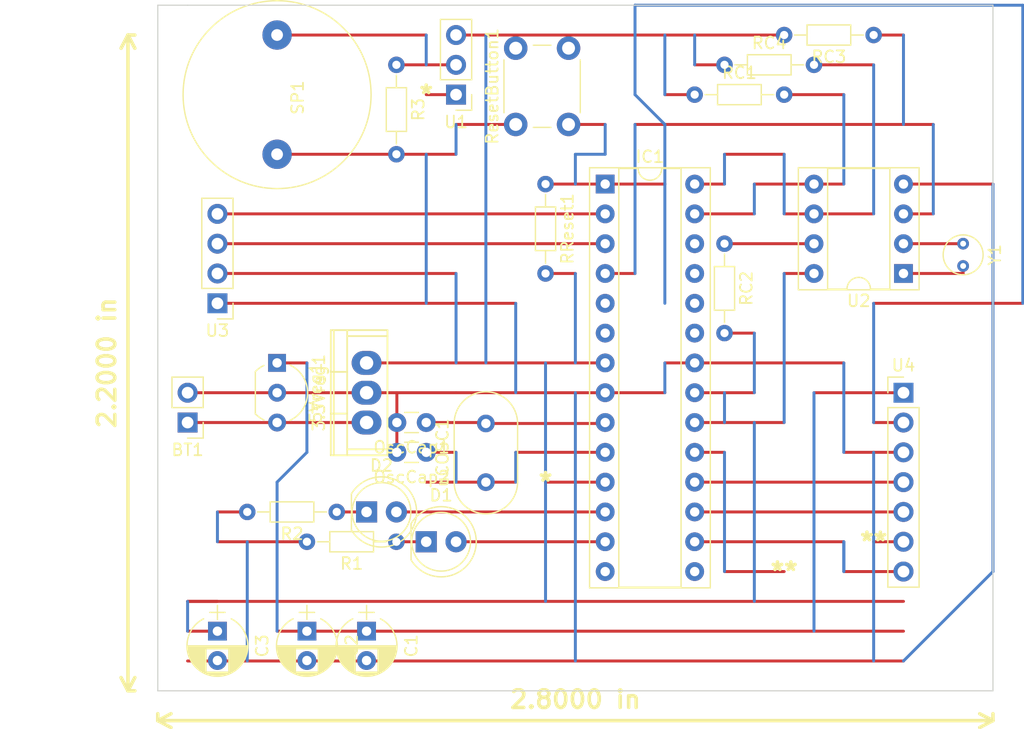
<source format=kicad_pcb>
(kicad_pcb (version 4) (host pcbnew 4.0.4-stable)

  (general
    (links 64)
    (no_connects 40)
    (area 57.684999 62.735 145.105002 128.350001)
    (thickness 1.6)
    (drawings 14)
    (tracks 148)
    (zones 0)
    (modules 27)
    (nets 35)
  )

  (page A4)
  (layers
    (0 F.Cu signal)
    (31 B.Cu signal)
    (32 B.Adhes user)
    (33 F.Adhes user)
    (34 B.Paste user hide)
    (35 F.Paste user)
    (36 B.SilkS user)
    (37 F.SilkS user)
    (38 B.Mask user)
    (39 F.Mask user)
    (40 Dwgs.User user)
    (41 Cmts.User user hide)
    (42 Eco1.User user hide)
    (43 Eco2.User user hide)
    (44 Edge.Cuts user)
    (45 Margin user hide)
    (46 B.CrtYd user hide)
    (47 F.CrtYd user hide)
    (48 B.Fab user hide)
    (49 F.Fab user hide)
  )

  (setup
    (last_trace_width 0.25)
    (trace_clearance 0.2)
    (zone_clearance 0.508)
    (zone_45_only no)
    (trace_min 0.2)
    (segment_width 0.2)
    (edge_width 0.1)
    (via_size 0.6)
    (via_drill 0.4)
    (via_min_size 0.4)
    (via_min_drill 0.3)
    (uvia_size 0.3)
    (uvia_drill 0.1)
    (uvias_allowed no)
    (uvia_min_size 0.2)
    (uvia_min_drill 0.1)
    (pcb_text_width 0.3)
    (pcb_text_size 1.5 1.5)
    (mod_edge_width 0.15)
    (mod_text_size 1 1)
    (mod_text_width 0.15)
    (pad_size 1.5 1.5)
    (pad_drill 0.6)
    (pad_to_mask_clearance 0)
    (aux_axis_origin 0 0)
    (visible_elements 7FFFFFFF)
    (pcbplotparams
      (layerselection 0x00030_80000001)
      (usegerberextensions false)
      (excludeedgelayer true)
      (linewidth 0.100000)
      (plotframeref false)
      (viasonmask false)
      (mode 1)
      (useauxorigin false)
      (hpglpennumber 1)
      (hpglpenspeed 20)
      (hpglpendiameter 15)
      (hpglpenoverlay 2)
      (psnegative false)
      (psa4output false)
      (plotreference true)
      (plotvalue true)
      (plotinvisibletext false)
      (padsonsilk false)
      (subtractmaskfromsilk false)
      (outputformat 1)
      (mirror false)
      (drillshape 1)
      (scaleselection 1)
      (outputdirectory ""))
  )

  (net 0 "")
  (net 1 GND)
  (net 2 "Net-(3.3Vreg1-Pad3)")
  (net 3 3.3V)
  (net 4 5V)
  (net 5 "Net-(D1-Pad1)")
  (net 6 "Net-(D1-Pad2)")
  (net 7 "Net-(D2-Pad1)")
  (net 8 "Net-(D2-Pad2)")
  (net 9 "Net-(IC1-Pad1)")
  (net 10 "Net-(IC1-Pad15)")
  (net 11 "Net-(IC1-Pad2)")
  (net 12 "Net-(IC1-Pad16)")
  (net 13 "Net-(IC1-Pad3)")
  (net 14 "Net-(IC1-Pad17)")
  (net 15 "Net-(IC1-Pad4)")
  (net 16 "Net-(IC1-Pad18)")
  (net 17 "Net-(IC1-Pad5)")
  (net 18 "Net-(IC1-Pad19)")
  (net 19 "Net-(IC1-Pad6)")
  (net 20 "Net-(IC1-Pad22)")
  (net 21 "Net-(IC1-Pad9)")
  (net 22 "Net-(IC1-Pad23)")
  (net 23 "Net-(IC1-Pad10)")
  (net 24 "Net-(IC1-Pad24)")
  (net 25 "Net-(IC1-Pad11)")
  (net 26 "Net-(IC1-Pad25)")
  (net 27 "Net-(IC1-Pad26)")
  (net 28 "Net-(IC1-Pad27)")
  (net 29 "Net-(IC1-Pad14)")
  (net 30 "Net-(IC1-Pad28)")
  (net 31 "Net-(R3-Pad1)")
  (net 32 "Net-(RC2-Pad1)")
  (net 33 "Net-(U2-Pad1)")
  (net 34 "Net-(U2-Pad2)")

  (net_class Default "This is the default net class."
    (clearance 0.2)
    (trace_width 0.25)
    (via_dia 0.6)
    (via_drill 0.4)
    (uvia_dia 0.3)
    (uvia_drill 0.1)
    (add_net 3.3V)
    (add_net 5V)
    (add_net GND)
    (add_net "Net-(3.3Vreg1-Pad3)")
    (add_net "Net-(D1-Pad1)")
    (add_net "Net-(D1-Pad2)")
    (add_net "Net-(D2-Pad1)")
    (add_net "Net-(D2-Pad2)")
    (add_net "Net-(IC1-Pad1)")
    (add_net "Net-(IC1-Pad10)")
    (add_net "Net-(IC1-Pad11)")
    (add_net "Net-(IC1-Pad14)")
    (add_net "Net-(IC1-Pad15)")
    (add_net "Net-(IC1-Pad16)")
    (add_net "Net-(IC1-Pad17)")
    (add_net "Net-(IC1-Pad18)")
    (add_net "Net-(IC1-Pad19)")
    (add_net "Net-(IC1-Pad2)")
    (add_net "Net-(IC1-Pad22)")
    (add_net "Net-(IC1-Pad23)")
    (add_net "Net-(IC1-Pad24)")
    (add_net "Net-(IC1-Pad25)")
    (add_net "Net-(IC1-Pad26)")
    (add_net "Net-(IC1-Pad27)")
    (add_net "Net-(IC1-Pad28)")
    (add_net "Net-(IC1-Pad3)")
    (add_net "Net-(IC1-Pad4)")
    (add_net "Net-(IC1-Pad5)")
    (add_net "Net-(IC1-Pad6)")
    (add_net "Net-(IC1-Pad9)")
    (add_net "Net-(R3-Pad1)")
    (add_net "Net-(RC2-Pad1)")
    (add_net "Net-(U2-Pad1)")
    (add_net "Net-(U2-Pad2)")
  )

  (module TO_SOT_Packages_THT:TO-92_Inline_Wide (layer F.Cu) (tedit 58CE52AF) (tstamp 5D76321F)
    (at 81.28 93.98 270)
    (descr "TO-92 leads in-line, wide, drill 0.8mm (see NXP sot054_po.pdf)")
    (tags "to-92 sc-43 sc-43a sot54 PA33 transistor")
    (path /5D72DBD6)
    (fp_text reference 3.3Vreg1 (at 2.54 -3.56 450) (layer F.SilkS)
      (effects (font (size 1 1) (thickness 0.15)))
    )
    (fp_text value L78L33ABZ-AP (at 2.54 2.79 270) (layer F.Fab)
      (effects (font (size 1 1) (thickness 0.15)))
    )
    (fp_text user %R (at 2.54 -3.56 450) (layer F.Fab)
      (effects (font (size 1 1) (thickness 0.15)))
    )
    (fp_line (start 0.74 1.85) (end 4.34 1.85) (layer F.SilkS) (width 0.12))
    (fp_line (start 0.8 1.75) (end 4.3 1.75) (layer F.Fab) (width 0.1))
    (fp_line (start -1.01 -2.73) (end 6.09 -2.73) (layer F.CrtYd) (width 0.05))
    (fp_line (start -1.01 -2.73) (end -1.01 2.01) (layer F.CrtYd) (width 0.05))
    (fp_line (start 6.09 2.01) (end 6.09 -2.73) (layer F.CrtYd) (width 0.05))
    (fp_line (start 6.09 2.01) (end -1.01 2.01) (layer F.CrtYd) (width 0.05))
    (fp_arc (start 2.54 0) (end 0.74 1.85) (angle 20) (layer F.SilkS) (width 0.12))
    (fp_arc (start 2.54 0) (end 2.54 -2.6) (angle -65) (layer F.SilkS) (width 0.12))
    (fp_arc (start 2.54 0) (end 2.54 -2.6) (angle 65) (layer F.SilkS) (width 0.12))
    (fp_arc (start 2.54 0) (end 2.54 -2.48) (angle 135) (layer F.Fab) (width 0.1))
    (fp_arc (start 2.54 0) (end 2.54 -2.48) (angle -135) (layer F.Fab) (width 0.1))
    (fp_arc (start 2.54 0) (end 4.34 1.85) (angle -20) (layer F.SilkS) (width 0.12))
    (pad 2 thru_hole circle (at 2.54 0) (size 1.52 1.52) (drill 0.8) (layers *.Cu *.Mask)
      (net 1 GND))
    (pad 3 thru_hole circle (at 5.08 0) (size 1.52 1.52) (drill 0.8) (layers *.Cu *.Mask)
      (net 2 "Net-(3.3Vreg1-Pad3)"))
    (pad 1 thru_hole rect (at 0 0) (size 1.52 1.52) (drill 0.8) (layers *.Cu *.Mask)
      (net 3 3.3V))
    (model ${KISYS3DMOD}/TO_SOT_Packages_THT.3dshapes/TO-92_Inline_Wide.wrl
      (at (xyz 0.1 0 0))
      (scale (xyz 1 1 1))
      (rotate (xyz 0 0 -90))
    )
  )

  (module Power_Integrations:TO-220 (layer F.Cu) (tedit 0) (tstamp 5D763230)
    (at 88.9 96.52 90)
    (descr "Non Isolated JEDEC TO-220 Package")
    (tags "Power Integration YN Package")
    (path /5D72E08C)
    (fp_text reference 5Vreg1 (at 0 -4.318 90) (layer F.SilkS)
      (effects (font (size 1 1) (thickness 0.15)))
    )
    (fp_text value L78M05abv (at 0 -4.318 90) (layer F.Fab)
      (effects (font (size 1 1) (thickness 0.15)))
    )
    (fp_line (start 4.826 -1.651) (end 4.826 1.778) (layer F.SilkS) (width 0.15))
    (fp_line (start -4.826 -1.651) (end -4.826 1.778) (layer F.SilkS) (width 0.15))
    (fp_line (start 5.334 -2.794) (end -5.334 -2.794) (layer F.SilkS) (width 0.15))
    (fp_line (start 1.778 -1.778) (end 1.778 -3.048) (layer F.SilkS) (width 0.15))
    (fp_line (start -1.778 -1.778) (end -1.778 -3.048) (layer F.SilkS) (width 0.15))
    (fp_line (start -5.334 -1.651) (end 5.334 -1.651) (layer F.SilkS) (width 0.15))
    (fp_line (start 5.334 1.778) (end -5.334 1.778) (layer F.SilkS) (width 0.15))
    (fp_line (start -5.334 -3.048) (end -5.334 1.778) (layer F.SilkS) (width 0.15))
    (fp_line (start 5.334 -3.048) (end 5.334 1.778) (layer F.SilkS) (width 0.15))
    (fp_line (start 5.334 -3.048) (end -5.334 -3.048) (layer F.SilkS) (width 0.15))
    (pad 2 thru_hole oval (at 0 0 90) (size 2.032 2.54) (drill 1.143) (layers *.Cu *.Mask)
      (net 1 GND))
    (pad 3 thru_hole oval (at 2.54 0 90) (size 2.032 2.54) (drill 1.143) (layers *.Cu *.Mask)
      (net 4 5V))
    (pad 1 thru_hole oval (at -2.54 0 90) (size 2.032 2.54) (drill 1.143) (layers *.Cu *.Mask)
      (net 2 "Net-(3.3Vreg1-Pad3)"))
  )

  (module Pin_Headers:Pin_Header_Straight_1x02_Pitch2.54mm (layer F.Cu) (tedit 59650532) (tstamp 5D763246)
    (at 73.66 99.06 180)
    (descr "Through hole straight pin header, 1x02, 2.54mm pitch, single row")
    (tags "Through hole pin header THT 1x02 2.54mm single row")
    (path /5D3057BC)
    (fp_text reference BT1 (at 0 -2.33 180) (layer F.SilkS)
      (effects (font (size 1 1) (thickness 0.15)))
    )
    (fp_text value Battery (at 0 4.87 180) (layer F.Fab)
      (effects (font (size 1 1) (thickness 0.15)))
    )
    (fp_line (start -0.635 -1.27) (end 1.27 -1.27) (layer F.Fab) (width 0.1))
    (fp_line (start 1.27 -1.27) (end 1.27 3.81) (layer F.Fab) (width 0.1))
    (fp_line (start 1.27 3.81) (end -1.27 3.81) (layer F.Fab) (width 0.1))
    (fp_line (start -1.27 3.81) (end -1.27 -0.635) (layer F.Fab) (width 0.1))
    (fp_line (start -1.27 -0.635) (end -0.635 -1.27) (layer F.Fab) (width 0.1))
    (fp_line (start -1.33 3.87) (end 1.33 3.87) (layer F.SilkS) (width 0.12))
    (fp_line (start -1.33 1.27) (end -1.33 3.87) (layer F.SilkS) (width 0.12))
    (fp_line (start 1.33 1.27) (end 1.33 3.87) (layer F.SilkS) (width 0.12))
    (fp_line (start -1.33 1.27) (end 1.33 1.27) (layer F.SilkS) (width 0.12))
    (fp_line (start -1.33 0) (end -1.33 -1.33) (layer F.SilkS) (width 0.12))
    (fp_line (start -1.33 -1.33) (end 0 -1.33) (layer F.SilkS) (width 0.12))
    (fp_line (start -1.8 -1.8) (end -1.8 4.35) (layer F.CrtYd) (width 0.05))
    (fp_line (start -1.8 4.35) (end 1.8 4.35) (layer F.CrtYd) (width 0.05))
    (fp_line (start 1.8 4.35) (end 1.8 -1.8) (layer F.CrtYd) (width 0.05))
    (fp_line (start 1.8 -1.8) (end -1.8 -1.8) (layer F.CrtYd) (width 0.05))
    (fp_text user %R (at 0 1.27 270) (layer F.Fab)
      (effects (font (size 1 1) (thickness 0.15)))
    )
    (pad 1 thru_hole rect (at 0 0 180) (size 1.7 1.7) (drill 1) (layers *.Cu *.Mask)
      (net 2 "Net-(3.3Vreg1-Pad3)"))
    (pad 2 thru_hole oval (at 0 2.54 180) (size 1.7 1.7) (drill 1) (layers *.Cu *.Mask)
      (net 1 GND))
    (model ${KISYS3DMOD}/Pin_Headers.3dshapes/Pin_Header_Straight_1x02_Pitch2.54mm.wrl
      (at (xyz 0 0 0))
      (scale (xyz 1 1 1))
      (rotate (xyz 0 0 0))
    )
  )

  (module Capacitors_ThroughHole:CP_Radial_D5.0mm_P2.50mm (layer F.Cu) (tedit 597BC7C2) (tstamp 5D76324C)
    (at 88.9 116.84 270)
    (descr "CP, Radial series, Radial, pin pitch=2.50mm, , diameter=5mm, Electrolytic Capacitor")
    (tags "CP Radial series Radial pin pitch 2.50mm  diameter 5mm Electrolytic Capacitor")
    (path /5D729CC4)
    (fp_text reference C1 (at 1.25 -3.81 270) (layer F.SilkS)
      (effects (font (size 1 1) (thickness 0.15)))
    )
    (fp_text value 10uF (at 1.25 3.81 270) (layer F.Fab)
      (effects (font (size 1 1) (thickness 0.15)))
    )
    (fp_arc (start 1.25 0) (end -1.05558 -1.18) (angle 125.8) (layer F.SilkS) (width 0.12))
    (fp_arc (start 1.25 0) (end -1.05558 1.18) (angle -125.8) (layer F.SilkS) (width 0.12))
    (fp_arc (start 1.25 0) (end 3.55558 -1.18) (angle 54.2) (layer F.SilkS) (width 0.12))
    (fp_circle (center 1.25 0) (end 3.75 0) (layer F.Fab) (width 0.1))
    (fp_line (start -2.2 0) (end -1 0) (layer F.Fab) (width 0.1))
    (fp_line (start -1.6 -0.65) (end -1.6 0.65) (layer F.Fab) (width 0.1))
    (fp_line (start 1.25 -2.55) (end 1.25 2.55) (layer F.SilkS) (width 0.12))
    (fp_line (start 1.29 -2.55) (end 1.29 2.55) (layer F.SilkS) (width 0.12))
    (fp_line (start 1.33 -2.549) (end 1.33 2.549) (layer F.SilkS) (width 0.12))
    (fp_line (start 1.37 -2.548) (end 1.37 2.548) (layer F.SilkS) (width 0.12))
    (fp_line (start 1.41 -2.546) (end 1.41 2.546) (layer F.SilkS) (width 0.12))
    (fp_line (start 1.45 -2.543) (end 1.45 2.543) (layer F.SilkS) (width 0.12))
    (fp_line (start 1.49 -2.539) (end 1.49 2.539) (layer F.SilkS) (width 0.12))
    (fp_line (start 1.53 -2.535) (end 1.53 -0.98) (layer F.SilkS) (width 0.12))
    (fp_line (start 1.53 0.98) (end 1.53 2.535) (layer F.SilkS) (width 0.12))
    (fp_line (start 1.57 -2.531) (end 1.57 -0.98) (layer F.SilkS) (width 0.12))
    (fp_line (start 1.57 0.98) (end 1.57 2.531) (layer F.SilkS) (width 0.12))
    (fp_line (start 1.61 -2.525) (end 1.61 -0.98) (layer F.SilkS) (width 0.12))
    (fp_line (start 1.61 0.98) (end 1.61 2.525) (layer F.SilkS) (width 0.12))
    (fp_line (start 1.65 -2.519) (end 1.65 -0.98) (layer F.SilkS) (width 0.12))
    (fp_line (start 1.65 0.98) (end 1.65 2.519) (layer F.SilkS) (width 0.12))
    (fp_line (start 1.69 -2.513) (end 1.69 -0.98) (layer F.SilkS) (width 0.12))
    (fp_line (start 1.69 0.98) (end 1.69 2.513) (layer F.SilkS) (width 0.12))
    (fp_line (start 1.73 -2.506) (end 1.73 -0.98) (layer F.SilkS) (width 0.12))
    (fp_line (start 1.73 0.98) (end 1.73 2.506) (layer F.SilkS) (width 0.12))
    (fp_line (start 1.77 -2.498) (end 1.77 -0.98) (layer F.SilkS) (width 0.12))
    (fp_line (start 1.77 0.98) (end 1.77 2.498) (layer F.SilkS) (width 0.12))
    (fp_line (start 1.81 -2.489) (end 1.81 -0.98) (layer F.SilkS) (width 0.12))
    (fp_line (start 1.81 0.98) (end 1.81 2.489) (layer F.SilkS) (width 0.12))
    (fp_line (start 1.85 -2.48) (end 1.85 -0.98) (layer F.SilkS) (width 0.12))
    (fp_line (start 1.85 0.98) (end 1.85 2.48) (layer F.SilkS) (width 0.12))
    (fp_line (start 1.89 -2.47) (end 1.89 -0.98) (layer F.SilkS) (width 0.12))
    (fp_line (start 1.89 0.98) (end 1.89 2.47) (layer F.SilkS) (width 0.12))
    (fp_line (start 1.93 -2.46) (end 1.93 -0.98) (layer F.SilkS) (width 0.12))
    (fp_line (start 1.93 0.98) (end 1.93 2.46) (layer F.SilkS) (width 0.12))
    (fp_line (start 1.971 -2.448) (end 1.971 -0.98) (layer F.SilkS) (width 0.12))
    (fp_line (start 1.971 0.98) (end 1.971 2.448) (layer F.SilkS) (width 0.12))
    (fp_line (start 2.011 -2.436) (end 2.011 -0.98) (layer F.SilkS) (width 0.12))
    (fp_line (start 2.011 0.98) (end 2.011 2.436) (layer F.SilkS) (width 0.12))
    (fp_line (start 2.051 -2.424) (end 2.051 -0.98) (layer F.SilkS) (width 0.12))
    (fp_line (start 2.051 0.98) (end 2.051 2.424) (layer F.SilkS) (width 0.12))
    (fp_line (start 2.091 -2.41) (end 2.091 -0.98) (layer F.SilkS) (width 0.12))
    (fp_line (start 2.091 0.98) (end 2.091 2.41) (layer F.SilkS) (width 0.12))
    (fp_line (start 2.131 -2.396) (end 2.131 -0.98) (layer F.SilkS) (width 0.12))
    (fp_line (start 2.131 0.98) (end 2.131 2.396) (layer F.SilkS) (width 0.12))
    (fp_line (start 2.171 -2.382) (end 2.171 -0.98) (layer F.SilkS) (width 0.12))
    (fp_line (start 2.171 0.98) (end 2.171 2.382) (layer F.SilkS) (width 0.12))
    (fp_line (start 2.211 -2.366) (end 2.211 -0.98) (layer F.SilkS) (width 0.12))
    (fp_line (start 2.211 0.98) (end 2.211 2.366) (layer F.SilkS) (width 0.12))
    (fp_line (start 2.251 -2.35) (end 2.251 -0.98) (layer F.SilkS) (width 0.12))
    (fp_line (start 2.251 0.98) (end 2.251 2.35) (layer F.SilkS) (width 0.12))
    (fp_line (start 2.291 -2.333) (end 2.291 -0.98) (layer F.SilkS) (width 0.12))
    (fp_line (start 2.291 0.98) (end 2.291 2.333) (layer F.SilkS) (width 0.12))
    (fp_line (start 2.331 -2.315) (end 2.331 -0.98) (layer F.SilkS) (width 0.12))
    (fp_line (start 2.331 0.98) (end 2.331 2.315) (layer F.SilkS) (width 0.12))
    (fp_line (start 2.371 -2.296) (end 2.371 -0.98) (layer F.SilkS) (width 0.12))
    (fp_line (start 2.371 0.98) (end 2.371 2.296) (layer F.SilkS) (width 0.12))
    (fp_line (start 2.411 -2.276) (end 2.411 -0.98) (layer F.SilkS) (width 0.12))
    (fp_line (start 2.411 0.98) (end 2.411 2.276) (layer F.SilkS) (width 0.12))
    (fp_line (start 2.451 -2.256) (end 2.451 -0.98) (layer F.SilkS) (width 0.12))
    (fp_line (start 2.451 0.98) (end 2.451 2.256) (layer F.SilkS) (width 0.12))
    (fp_line (start 2.491 -2.234) (end 2.491 -0.98) (layer F.SilkS) (width 0.12))
    (fp_line (start 2.491 0.98) (end 2.491 2.234) (layer F.SilkS) (width 0.12))
    (fp_line (start 2.531 -2.212) (end 2.531 -0.98) (layer F.SilkS) (width 0.12))
    (fp_line (start 2.531 0.98) (end 2.531 2.212) (layer F.SilkS) (width 0.12))
    (fp_line (start 2.571 -2.189) (end 2.571 -0.98) (layer F.SilkS) (width 0.12))
    (fp_line (start 2.571 0.98) (end 2.571 2.189) (layer F.SilkS) (width 0.12))
    (fp_line (start 2.611 -2.165) (end 2.611 -0.98) (layer F.SilkS) (width 0.12))
    (fp_line (start 2.611 0.98) (end 2.611 2.165) (layer F.SilkS) (width 0.12))
    (fp_line (start 2.651 -2.14) (end 2.651 -0.98) (layer F.SilkS) (width 0.12))
    (fp_line (start 2.651 0.98) (end 2.651 2.14) (layer F.SilkS) (width 0.12))
    (fp_line (start 2.691 -2.113) (end 2.691 -0.98) (layer F.SilkS) (width 0.12))
    (fp_line (start 2.691 0.98) (end 2.691 2.113) (layer F.SilkS) (width 0.12))
    (fp_line (start 2.731 -2.086) (end 2.731 -0.98) (layer F.SilkS) (width 0.12))
    (fp_line (start 2.731 0.98) (end 2.731 2.086) (layer F.SilkS) (width 0.12))
    (fp_line (start 2.771 -2.058) (end 2.771 -0.98) (layer F.SilkS) (width 0.12))
    (fp_line (start 2.771 0.98) (end 2.771 2.058) (layer F.SilkS) (width 0.12))
    (fp_line (start 2.811 -2.028) (end 2.811 -0.98) (layer F.SilkS) (width 0.12))
    (fp_line (start 2.811 0.98) (end 2.811 2.028) (layer F.SilkS) (width 0.12))
    (fp_line (start 2.851 -1.997) (end 2.851 -0.98) (layer F.SilkS) (width 0.12))
    (fp_line (start 2.851 0.98) (end 2.851 1.997) (layer F.SilkS) (width 0.12))
    (fp_line (start 2.891 -1.965) (end 2.891 -0.98) (layer F.SilkS) (width 0.12))
    (fp_line (start 2.891 0.98) (end 2.891 1.965) (layer F.SilkS) (width 0.12))
    (fp_line (start 2.931 -1.932) (end 2.931 -0.98) (layer F.SilkS) (width 0.12))
    (fp_line (start 2.931 0.98) (end 2.931 1.932) (layer F.SilkS) (width 0.12))
    (fp_line (start 2.971 -1.897) (end 2.971 -0.98) (layer F.SilkS) (width 0.12))
    (fp_line (start 2.971 0.98) (end 2.971 1.897) (layer F.SilkS) (width 0.12))
    (fp_line (start 3.011 -1.861) (end 3.011 -0.98) (layer F.SilkS) (width 0.12))
    (fp_line (start 3.011 0.98) (end 3.011 1.861) (layer F.SilkS) (width 0.12))
    (fp_line (start 3.051 -1.823) (end 3.051 -0.98) (layer F.SilkS) (width 0.12))
    (fp_line (start 3.051 0.98) (end 3.051 1.823) (layer F.SilkS) (width 0.12))
    (fp_line (start 3.091 -1.783) (end 3.091 -0.98) (layer F.SilkS) (width 0.12))
    (fp_line (start 3.091 0.98) (end 3.091 1.783) (layer F.SilkS) (width 0.12))
    (fp_line (start 3.131 -1.742) (end 3.131 -0.98) (layer F.SilkS) (width 0.12))
    (fp_line (start 3.131 0.98) (end 3.131 1.742) (layer F.SilkS) (width 0.12))
    (fp_line (start 3.171 -1.699) (end 3.171 -0.98) (layer F.SilkS) (width 0.12))
    (fp_line (start 3.171 0.98) (end 3.171 1.699) (layer F.SilkS) (width 0.12))
    (fp_line (start 3.211 -1.654) (end 3.211 -0.98) (layer F.SilkS) (width 0.12))
    (fp_line (start 3.211 0.98) (end 3.211 1.654) (layer F.SilkS) (width 0.12))
    (fp_line (start 3.251 -1.606) (end 3.251 -0.98) (layer F.SilkS) (width 0.12))
    (fp_line (start 3.251 0.98) (end 3.251 1.606) (layer F.SilkS) (width 0.12))
    (fp_line (start 3.291 -1.556) (end 3.291 -0.98) (layer F.SilkS) (width 0.12))
    (fp_line (start 3.291 0.98) (end 3.291 1.556) (layer F.SilkS) (width 0.12))
    (fp_line (start 3.331 -1.504) (end 3.331 -0.98) (layer F.SilkS) (width 0.12))
    (fp_line (start 3.331 0.98) (end 3.331 1.504) (layer F.SilkS) (width 0.12))
    (fp_line (start 3.371 -1.448) (end 3.371 -0.98) (layer F.SilkS) (width 0.12))
    (fp_line (start 3.371 0.98) (end 3.371 1.448) (layer F.SilkS) (width 0.12))
    (fp_line (start 3.411 -1.39) (end 3.411 -0.98) (layer F.SilkS) (width 0.12))
    (fp_line (start 3.411 0.98) (end 3.411 1.39) (layer F.SilkS) (width 0.12))
    (fp_line (start 3.451 -1.327) (end 3.451 -0.98) (layer F.SilkS) (width 0.12))
    (fp_line (start 3.451 0.98) (end 3.451 1.327) (layer F.SilkS) (width 0.12))
    (fp_line (start 3.491 -1.261) (end 3.491 1.261) (layer F.SilkS) (width 0.12))
    (fp_line (start 3.531 -1.189) (end 3.531 1.189) (layer F.SilkS) (width 0.12))
    (fp_line (start 3.571 -1.112) (end 3.571 1.112) (layer F.SilkS) (width 0.12))
    (fp_line (start 3.611 -1.028) (end 3.611 1.028) (layer F.SilkS) (width 0.12))
    (fp_line (start 3.651 -0.934) (end 3.651 0.934) (layer F.SilkS) (width 0.12))
    (fp_line (start 3.691 -0.829) (end 3.691 0.829) (layer F.SilkS) (width 0.12))
    (fp_line (start 3.731 -0.707) (end 3.731 0.707) (layer F.SilkS) (width 0.12))
    (fp_line (start 3.771 -0.559) (end 3.771 0.559) (layer F.SilkS) (width 0.12))
    (fp_line (start 3.811 -0.354) (end 3.811 0.354) (layer F.SilkS) (width 0.12))
    (fp_line (start -2.2 0) (end -1 0) (layer F.SilkS) (width 0.12))
    (fp_line (start -1.6 -0.65) (end -1.6 0.65) (layer F.SilkS) (width 0.12))
    (fp_line (start -1.6 -2.85) (end -1.6 2.85) (layer F.CrtYd) (width 0.05))
    (fp_line (start -1.6 2.85) (end 4.1 2.85) (layer F.CrtYd) (width 0.05))
    (fp_line (start 4.1 2.85) (end 4.1 -2.85) (layer F.CrtYd) (width 0.05))
    (fp_line (start 4.1 -2.85) (end -1.6 -2.85) (layer F.CrtYd) (width 0.05))
    (fp_text user %R (at 1.25 0 270) (layer F.Fab)
      (effects (font (size 1 1) (thickness 0.15)))
    )
    (pad 1 thru_hole rect (at 0 0 270) (size 1.6 1.6) (drill 0.8) (layers *.Cu *.Mask)
      (net 3 3.3V))
    (pad 2 thru_hole circle (at 2.5 0 270) (size 1.6 1.6) (drill 0.8) (layers *.Cu *.Mask)
      (net 1 GND))
    (model ${KISYS3DMOD}/Capacitors_THT.3dshapes/CP_Radial_D5.0mm_P2.50mm.wrl
      (at (xyz 0 0 0))
      (scale (xyz 1 1 1))
      (rotate (xyz 0 0 0))
    )
  )

  (module Capacitors_ThroughHole:CP_Radial_D5.0mm_P2.50mm (layer F.Cu) (tedit 597BC7C2) (tstamp 5D763252)
    (at 83.82 116.84 270)
    (descr "CP, Radial series, Radial, pin pitch=2.50mm, , diameter=5mm, Electrolytic Capacitor")
    (tags "CP Radial series Radial pin pitch 2.50mm  diameter 5mm Electrolytic Capacitor")
    (path /5D729E68)
    (fp_text reference C2 (at 1.25 -3.81 270) (layer F.SilkS)
      (effects (font (size 1 1) (thickness 0.15)))
    )
    (fp_text value 10uF (at 1.25 3.81 270) (layer F.Fab)
      (effects (font (size 1 1) (thickness 0.15)))
    )
    (fp_arc (start 1.25 0) (end -1.05558 -1.18) (angle 125.8) (layer F.SilkS) (width 0.12))
    (fp_arc (start 1.25 0) (end -1.05558 1.18) (angle -125.8) (layer F.SilkS) (width 0.12))
    (fp_arc (start 1.25 0) (end 3.55558 -1.18) (angle 54.2) (layer F.SilkS) (width 0.12))
    (fp_circle (center 1.25 0) (end 3.75 0) (layer F.Fab) (width 0.1))
    (fp_line (start -2.2 0) (end -1 0) (layer F.Fab) (width 0.1))
    (fp_line (start -1.6 -0.65) (end -1.6 0.65) (layer F.Fab) (width 0.1))
    (fp_line (start 1.25 -2.55) (end 1.25 2.55) (layer F.SilkS) (width 0.12))
    (fp_line (start 1.29 -2.55) (end 1.29 2.55) (layer F.SilkS) (width 0.12))
    (fp_line (start 1.33 -2.549) (end 1.33 2.549) (layer F.SilkS) (width 0.12))
    (fp_line (start 1.37 -2.548) (end 1.37 2.548) (layer F.SilkS) (width 0.12))
    (fp_line (start 1.41 -2.546) (end 1.41 2.546) (layer F.SilkS) (width 0.12))
    (fp_line (start 1.45 -2.543) (end 1.45 2.543) (layer F.SilkS) (width 0.12))
    (fp_line (start 1.49 -2.539) (end 1.49 2.539) (layer F.SilkS) (width 0.12))
    (fp_line (start 1.53 -2.535) (end 1.53 -0.98) (layer F.SilkS) (width 0.12))
    (fp_line (start 1.53 0.98) (end 1.53 2.535) (layer F.SilkS) (width 0.12))
    (fp_line (start 1.57 -2.531) (end 1.57 -0.98) (layer F.SilkS) (width 0.12))
    (fp_line (start 1.57 0.98) (end 1.57 2.531) (layer F.SilkS) (width 0.12))
    (fp_line (start 1.61 -2.525) (end 1.61 -0.98) (layer F.SilkS) (width 0.12))
    (fp_line (start 1.61 0.98) (end 1.61 2.525) (layer F.SilkS) (width 0.12))
    (fp_line (start 1.65 -2.519) (end 1.65 -0.98) (layer F.SilkS) (width 0.12))
    (fp_line (start 1.65 0.98) (end 1.65 2.519) (layer F.SilkS) (width 0.12))
    (fp_line (start 1.69 -2.513) (end 1.69 -0.98) (layer F.SilkS) (width 0.12))
    (fp_line (start 1.69 0.98) (end 1.69 2.513) (layer F.SilkS) (width 0.12))
    (fp_line (start 1.73 -2.506) (end 1.73 -0.98) (layer F.SilkS) (width 0.12))
    (fp_line (start 1.73 0.98) (end 1.73 2.506) (layer F.SilkS) (width 0.12))
    (fp_line (start 1.77 -2.498) (end 1.77 -0.98) (layer F.SilkS) (width 0.12))
    (fp_line (start 1.77 0.98) (end 1.77 2.498) (layer F.SilkS) (width 0.12))
    (fp_line (start 1.81 -2.489) (end 1.81 -0.98) (layer F.SilkS) (width 0.12))
    (fp_line (start 1.81 0.98) (end 1.81 2.489) (layer F.SilkS) (width 0.12))
    (fp_line (start 1.85 -2.48) (end 1.85 -0.98) (layer F.SilkS) (width 0.12))
    (fp_line (start 1.85 0.98) (end 1.85 2.48) (layer F.SilkS) (width 0.12))
    (fp_line (start 1.89 -2.47) (end 1.89 -0.98) (layer F.SilkS) (width 0.12))
    (fp_line (start 1.89 0.98) (end 1.89 2.47) (layer F.SilkS) (width 0.12))
    (fp_line (start 1.93 -2.46) (end 1.93 -0.98) (layer F.SilkS) (width 0.12))
    (fp_line (start 1.93 0.98) (end 1.93 2.46) (layer F.SilkS) (width 0.12))
    (fp_line (start 1.971 -2.448) (end 1.971 -0.98) (layer F.SilkS) (width 0.12))
    (fp_line (start 1.971 0.98) (end 1.971 2.448) (layer F.SilkS) (width 0.12))
    (fp_line (start 2.011 -2.436) (end 2.011 -0.98) (layer F.SilkS) (width 0.12))
    (fp_line (start 2.011 0.98) (end 2.011 2.436) (layer F.SilkS) (width 0.12))
    (fp_line (start 2.051 -2.424) (end 2.051 -0.98) (layer F.SilkS) (width 0.12))
    (fp_line (start 2.051 0.98) (end 2.051 2.424) (layer F.SilkS) (width 0.12))
    (fp_line (start 2.091 -2.41) (end 2.091 -0.98) (layer F.SilkS) (width 0.12))
    (fp_line (start 2.091 0.98) (end 2.091 2.41) (layer F.SilkS) (width 0.12))
    (fp_line (start 2.131 -2.396) (end 2.131 -0.98) (layer F.SilkS) (width 0.12))
    (fp_line (start 2.131 0.98) (end 2.131 2.396) (layer F.SilkS) (width 0.12))
    (fp_line (start 2.171 -2.382) (end 2.171 -0.98) (layer F.SilkS) (width 0.12))
    (fp_line (start 2.171 0.98) (end 2.171 2.382) (layer F.SilkS) (width 0.12))
    (fp_line (start 2.211 -2.366) (end 2.211 -0.98) (layer F.SilkS) (width 0.12))
    (fp_line (start 2.211 0.98) (end 2.211 2.366) (layer F.SilkS) (width 0.12))
    (fp_line (start 2.251 -2.35) (end 2.251 -0.98) (layer F.SilkS) (width 0.12))
    (fp_line (start 2.251 0.98) (end 2.251 2.35) (layer F.SilkS) (width 0.12))
    (fp_line (start 2.291 -2.333) (end 2.291 -0.98) (layer F.SilkS) (width 0.12))
    (fp_line (start 2.291 0.98) (end 2.291 2.333) (layer F.SilkS) (width 0.12))
    (fp_line (start 2.331 -2.315) (end 2.331 -0.98) (layer F.SilkS) (width 0.12))
    (fp_line (start 2.331 0.98) (end 2.331 2.315) (layer F.SilkS) (width 0.12))
    (fp_line (start 2.371 -2.296) (end 2.371 -0.98) (layer F.SilkS) (width 0.12))
    (fp_line (start 2.371 0.98) (end 2.371 2.296) (layer F.SilkS) (width 0.12))
    (fp_line (start 2.411 -2.276) (end 2.411 -0.98) (layer F.SilkS) (width 0.12))
    (fp_line (start 2.411 0.98) (end 2.411 2.276) (layer F.SilkS) (width 0.12))
    (fp_line (start 2.451 -2.256) (end 2.451 -0.98) (layer F.SilkS) (width 0.12))
    (fp_line (start 2.451 0.98) (end 2.451 2.256) (layer F.SilkS) (width 0.12))
    (fp_line (start 2.491 -2.234) (end 2.491 -0.98) (layer F.SilkS) (width 0.12))
    (fp_line (start 2.491 0.98) (end 2.491 2.234) (layer F.SilkS) (width 0.12))
    (fp_line (start 2.531 -2.212) (end 2.531 -0.98) (layer F.SilkS) (width 0.12))
    (fp_line (start 2.531 0.98) (end 2.531 2.212) (layer F.SilkS) (width 0.12))
    (fp_line (start 2.571 -2.189) (end 2.571 -0.98) (layer F.SilkS) (width 0.12))
    (fp_line (start 2.571 0.98) (end 2.571 2.189) (layer F.SilkS) (width 0.12))
    (fp_line (start 2.611 -2.165) (end 2.611 -0.98) (layer F.SilkS) (width 0.12))
    (fp_line (start 2.611 0.98) (end 2.611 2.165) (layer F.SilkS) (width 0.12))
    (fp_line (start 2.651 -2.14) (end 2.651 -0.98) (layer F.SilkS) (width 0.12))
    (fp_line (start 2.651 0.98) (end 2.651 2.14) (layer F.SilkS) (width 0.12))
    (fp_line (start 2.691 -2.113) (end 2.691 -0.98) (layer F.SilkS) (width 0.12))
    (fp_line (start 2.691 0.98) (end 2.691 2.113) (layer F.SilkS) (width 0.12))
    (fp_line (start 2.731 -2.086) (end 2.731 -0.98) (layer F.SilkS) (width 0.12))
    (fp_line (start 2.731 0.98) (end 2.731 2.086) (layer F.SilkS) (width 0.12))
    (fp_line (start 2.771 -2.058) (end 2.771 -0.98) (layer F.SilkS) (width 0.12))
    (fp_line (start 2.771 0.98) (end 2.771 2.058) (layer F.SilkS) (width 0.12))
    (fp_line (start 2.811 -2.028) (end 2.811 -0.98) (layer F.SilkS) (width 0.12))
    (fp_line (start 2.811 0.98) (end 2.811 2.028) (layer F.SilkS) (width 0.12))
    (fp_line (start 2.851 -1.997) (end 2.851 -0.98) (layer F.SilkS) (width 0.12))
    (fp_line (start 2.851 0.98) (end 2.851 1.997) (layer F.SilkS) (width 0.12))
    (fp_line (start 2.891 -1.965) (end 2.891 -0.98) (layer F.SilkS) (width 0.12))
    (fp_line (start 2.891 0.98) (end 2.891 1.965) (layer F.SilkS) (width 0.12))
    (fp_line (start 2.931 -1.932) (end 2.931 -0.98) (layer F.SilkS) (width 0.12))
    (fp_line (start 2.931 0.98) (end 2.931 1.932) (layer F.SilkS) (width 0.12))
    (fp_line (start 2.971 -1.897) (end 2.971 -0.98) (layer F.SilkS) (width 0.12))
    (fp_line (start 2.971 0.98) (end 2.971 1.897) (layer F.SilkS) (width 0.12))
    (fp_line (start 3.011 -1.861) (end 3.011 -0.98) (layer F.SilkS) (width 0.12))
    (fp_line (start 3.011 0.98) (end 3.011 1.861) (layer F.SilkS) (width 0.12))
    (fp_line (start 3.051 -1.823) (end 3.051 -0.98) (layer F.SilkS) (width 0.12))
    (fp_line (start 3.051 0.98) (end 3.051 1.823) (layer F.SilkS) (width 0.12))
    (fp_line (start 3.091 -1.783) (end 3.091 -0.98) (layer F.SilkS) (width 0.12))
    (fp_line (start 3.091 0.98) (end 3.091 1.783) (layer F.SilkS) (width 0.12))
    (fp_line (start 3.131 -1.742) (end 3.131 -0.98) (layer F.SilkS) (width 0.12))
    (fp_line (start 3.131 0.98) (end 3.131 1.742) (layer F.SilkS) (width 0.12))
    (fp_line (start 3.171 -1.699) (end 3.171 -0.98) (layer F.SilkS) (width 0.12))
    (fp_line (start 3.171 0.98) (end 3.171 1.699) (layer F.SilkS) (width 0.12))
    (fp_line (start 3.211 -1.654) (end 3.211 -0.98) (layer F.SilkS) (width 0.12))
    (fp_line (start 3.211 0.98) (end 3.211 1.654) (layer F.SilkS) (width 0.12))
    (fp_line (start 3.251 -1.606) (end 3.251 -0.98) (layer F.SilkS) (width 0.12))
    (fp_line (start 3.251 0.98) (end 3.251 1.606) (layer F.SilkS) (width 0.12))
    (fp_line (start 3.291 -1.556) (end 3.291 -0.98) (layer F.SilkS) (width 0.12))
    (fp_line (start 3.291 0.98) (end 3.291 1.556) (layer F.SilkS) (width 0.12))
    (fp_line (start 3.331 -1.504) (end 3.331 -0.98) (layer F.SilkS) (width 0.12))
    (fp_line (start 3.331 0.98) (end 3.331 1.504) (layer F.SilkS) (width 0.12))
    (fp_line (start 3.371 -1.448) (end 3.371 -0.98) (layer F.SilkS) (width 0.12))
    (fp_line (start 3.371 0.98) (end 3.371 1.448) (layer F.SilkS) (width 0.12))
    (fp_line (start 3.411 -1.39) (end 3.411 -0.98) (layer F.SilkS) (width 0.12))
    (fp_line (start 3.411 0.98) (end 3.411 1.39) (layer F.SilkS) (width 0.12))
    (fp_line (start 3.451 -1.327) (end 3.451 -0.98) (layer F.SilkS) (width 0.12))
    (fp_line (start 3.451 0.98) (end 3.451 1.327) (layer F.SilkS) (width 0.12))
    (fp_line (start 3.491 -1.261) (end 3.491 1.261) (layer F.SilkS) (width 0.12))
    (fp_line (start 3.531 -1.189) (end 3.531 1.189) (layer F.SilkS) (width 0.12))
    (fp_line (start 3.571 -1.112) (end 3.571 1.112) (layer F.SilkS) (width 0.12))
    (fp_line (start 3.611 -1.028) (end 3.611 1.028) (layer F.SilkS) (width 0.12))
    (fp_line (start 3.651 -0.934) (end 3.651 0.934) (layer F.SilkS) (width 0.12))
    (fp_line (start 3.691 -0.829) (end 3.691 0.829) (layer F.SilkS) (width 0.12))
    (fp_line (start 3.731 -0.707) (end 3.731 0.707) (layer F.SilkS) (width 0.12))
    (fp_line (start 3.771 -0.559) (end 3.771 0.559) (layer F.SilkS) (width 0.12))
    (fp_line (start 3.811 -0.354) (end 3.811 0.354) (layer F.SilkS) (width 0.12))
    (fp_line (start -2.2 0) (end -1 0) (layer F.SilkS) (width 0.12))
    (fp_line (start -1.6 -0.65) (end -1.6 0.65) (layer F.SilkS) (width 0.12))
    (fp_line (start -1.6 -2.85) (end -1.6 2.85) (layer F.CrtYd) (width 0.05))
    (fp_line (start -1.6 2.85) (end 4.1 2.85) (layer F.CrtYd) (width 0.05))
    (fp_line (start 4.1 2.85) (end 4.1 -2.85) (layer F.CrtYd) (width 0.05))
    (fp_line (start 4.1 -2.85) (end -1.6 -2.85) (layer F.CrtYd) (width 0.05))
    (fp_text user %R (at 1.25 0 270) (layer F.Fab)
      (effects (font (size 1 1) (thickness 0.15)))
    )
    (pad 1 thru_hole rect (at 0 0 270) (size 1.6 1.6) (drill 0.8) (layers *.Cu *.Mask)
      (net 3 3.3V))
    (pad 2 thru_hole circle (at 2.5 0 270) (size 1.6 1.6) (drill 0.8) (layers *.Cu *.Mask)
      (net 1 GND))
    (model ${KISYS3DMOD}/Capacitors_THT.3dshapes/CP_Radial_D5.0mm_P2.50mm.wrl
      (at (xyz 0 0 0))
      (scale (xyz 1 1 1))
      (rotate (xyz 0 0 0))
    )
  )

  (module Capacitors_ThroughHole:CP_Radial_D5.0mm_P2.50mm (layer F.Cu) (tedit 597BC7C2) (tstamp 5D763258)
    (at 76.2 116.84 270)
    (descr "CP, Radial series, Radial, pin pitch=2.50mm, , diameter=5mm, Electrolytic Capacitor")
    (tags "CP Radial series Radial pin pitch 2.50mm  diameter 5mm Electrolytic Capacitor")
    (path /5D729F00)
    (fp_text reference C3 (at 1.25 -3.81 270) (layer F.SilkS)
      (effects (font (size 1 1) (thickness 0.15)))
    )
    (fp_text value 10uF (at 1.25 3.81 270) (layer F.Fab)
      (effects (font (size 1 1) (thickness 0.15)))
    )
    (fp_arc (start 1.25 0) (end -1.05558 -1.18) (angle 125.8) (layer F.SilkS) (width 0.12))
    (fp_arc (start 1.25 0) (end -1.05558 1.18) (angle -125.8) (layer F.SilkS) (width 0.12))
    (fp_arc (start 1.25 0) (end 3.55558 -1.18) (angle 54.2) (layer F.SilkS) (width 0.12))
    (fp_circle (center 1.25 0) (end 3.75 0) (layer F.Fab) (width 0.1))
    (fp_line (start -2.2 0) (end -1 0) (layer F.Fab) (width 0.1))
    (fp_line (start -1.6 -0.65) (end -1.6 0.65) (layer F.Fab) (width 0.1))
    (fp_line (start 1.25 -2.55) (end 1.25 2.55) (layer F.SilkS) (width 0.12))
    (fp_line (start 1.29 -2.55) (end 1.29 2.55) (layer F.SilkS) (width 0.12))
    (fp_line (start 1.33 -2.549) (end 1.33 2.549) (layer F.SilkS) (width 0.12))
    (fp_line (start 1.37 -2.548) (end 1.37 2.548) (layer F.SilkS) (width 0.12))
    (fp_line (start 1.41 -2.546) (end 1.41 2.546) (layer F.SilkS) (width 0.12))
    (fp_line (start 1.45 -2.543) (end 1.45 2.543) (layer F.SilkS) (width 0.12))
    (fp_line (start 1.49 -2.539) (end 1.49 2.539) (layer F.SilkS) (width 0.12))
    (fp_line (start 1.53 -2.535) (end 1.53 -0.98) (layer F.SilkS) (width 0.12))
    (fp_line (start 1.53 0.98) (end 1.53 2.535) (layer F.SilkS) (width 0.12))
    (fp_line (start 1.57 -2.531) (end 1.57 -0.98) (layer F.SilkS) (width 0.12))
    (fp_line (start 1.57 0.98) (end 1.57 2.531) (layer F.SilkS) (width 0.12))
    (fp_line (start 1.61 -2.525) (end 1.61 -0.98) (layer F.SilkS) (width 0.12))
    (fp_line (start 1.61 0.98) (end 1.61 2.525) (layer F.SilkS) (width 0.12))
    (fp_line (start 1.65 -2.519) (end 1.65 -0.98) (layer F.SilkS) (width 0.12))
    (fp_line (start 1.65 0.98) (end 1.65 2.519) (layer F.SilkS) (width 0.12))
    (fp_line (start 1.69 -2.513) (end 1.69 -0.98) (layer F.SilkS) (width 0.12))
    (fp_line (start 1.69 0.98) (end 1.69 2.513) (layer F.SilkS) (width 0.12))
    (fp_line (start 1.73 -2.506) (end 1.73 -0.98) (layer F.SilkS) (width 0.12))
    (fp_line (start 1.73 0.98) (end 1.73 2.506) (layer F.SilkS) (width 0.12))
    (fp_line (start 1.77 -2.498) (end 1.77 -0.98) (layer F.SilkS) (width 0.12))
    (fp_line (start 1.77 0.98) (end 1.77 2.498) (layer F.SilkS) (width 0.12))
    (fp_line (start 1.81 -2.489) (end 1.81 -0.98) (layer F.SilkS) (width 0.12))
    (fp_line (start 1.81 0.98) (end 1.81 2.489) (layer F.SilkS) (width 0.12))
    (fp_line (start 1.85 -2.48) (end 1.85 -0.98) (layer F.SilkS) (width 0.12))
    (fp_line (start 1.85 0.98) (end 1.85 2.48) (layer F.SilkS) (width 0.12))
    (fp_line (start 1.89 -2.47) (end 1.89 -0.98) (layer F.SilkS) (width 0.12))
    (fp_line (start 1.89 0.98) (end 1.89 2.47) (layer F.SilkS) (width 0.12))
    (fp_line (start 1.93 -2.46) (end 1.93 -0.98) (layer F.SilkS) (width 0.12))
    (fp_line (start 1.93 0.98) (end 1.93 2.46) (layer F.SilkS) (width 0.12))
    (fp_line (start 1.971 -2.448) (end 1.971 -0.98) (layer F.SilkS) (width 0.12))
    (fp_line (start 1.971 0.98) (end 1.971 2.448) (layer F.SilkS) (width 0.12))
    (fp_line (start 2.011 -2.436) (end 2.011 -0.98) (layer F.SilkS) (width 0.12))
    (fp_line (start 2.011 0.98) (end 2.011 2.436) (layer F.SilkS) (width 0.12))
    (fp_line (start 2.051 -2.424) (end 2.051 -0.98) (layer F.SilkS) (width 0.12))
    (fp_line (start 2.051 0.98) (end 2.051 2.424) (layer F.SilkS) (width 0.12))
    (fp_line (start 2.091 -2.41) (end 2.091 -0.98) (layer F.SilkS) (width 0.12))
    (fp_line (start 2.091 0.98) (end 2.091 2.41) (layer F.SilkS) (width 0.12))
    (fp_line (start 2.131 -2.396) (end 2.131 -0.98) (layer F.SilkS) (width 0.12))
    (fp_line (start 2.131 0.98) (end 2.131 2.396) (layer F.SilkS) (width 0.12))
    (fp_line (start 2.171 -2.382) (end 2.171 -0.98) (layer F.SilkS) (width 0.12))
    (fp_line (start 2.171 0.98) (end 2.171 2.382) (layer F.SilkS) (width 0.12))
    (fp_line (start 2.211 -2.366) (end 2.211 -0.98) (layer F.SilkS) (width 0.12))
    (fp_line (start 2.211 0.98) (end 2.211 2.366) (layer F.SilkS) (width 0.12))
    (fp_line (start 2.251 -2.35) (end 2.251 -0.98) (layer F.SilkS) (width 0.12))
    (fp_line (start 2.251 0.98) (end 2.251 2.35) (layer F.SilkS) (width 0.12))
    (fp_line (start 2.291 -2.333) (end 2.291 -0.98) (layer F.SilkS) (width 0.12))
    (fp_line (start 2.291 0.98) (end 2.291 2.333) (layer F.SilkS) (width 0.12))
    (fp_line (start 2.331 -2.315) (end 2.331 -0.98) (layer F.SilkS) (width 0.12))
    (fp_line (start 2.331 0.98) (end 2.331 2.315) (layer F.SilkS) (width 0.12))
    (fp_line (start 2.371 -2.296) (end 2.371 -0.98) (layer F.SilkS) (width 0.12))
    (fp_line (start 2.371 0.98) (end 2.371 2.296) (layer F.SilkS) (width 0.12))
    (fp_line (start 2.411 -2.276) (end 2.411 -0.98) (layer F.SilkS) (width 0.12))
    (fp_line (start 2.411 0.98) (end 2.411 2.276) (layer F.SilkS) (width 0.12))
    (fp_line (start 2.451 -2.256) (end 2.451 -0.98) (layer F.SilkS) (width 0.12))
    (fp_line (start 2.451 0.98) (end 2.451 2.256) (layer F.SilkS) (width 0.12))
    (fp_line (start 2.491 -2.234) (end 2.491 -0.98) (layer F.SilkS) (width 0.12))
    (fp_line (start 2.491 0.98) (end 2.491 2.234) (layer F.SilkS) (width 0.12))
    (fp_line (start 2.531 -2.212) (end 2.531 -0.98) (layer F.SilkS) (width 0.12))
    (fp_line (start 2.531 0.98) (end 2.531 2.212) (layer F.SilkS) (width 0.12))
    (fp_line (start 2.571 -2.189) (end 2.571 -0.98) (layer F.SilkS) (width 0.12))
    (fp_line (start 2.571 0.98) (end 2.571 2.189) (layer F.SilkS) (width 0.12))
    (fp_line (start 2.611 -2.165) (end 2.611 -0.98) (layer F.SilkS) (width 0.12))
    (fp_line (start 2.611 0.98) (end 2.611 2.165) (layer F.SilkS) (width 0.12))
    (fp_line (start 2.651 -2.14) (end 2.651 -0.98) (layer F.SilkS) (width 0.12))
    (fp_line (start 2.651 0.98) (end 2.651 2.14) (layer F.SilkS) (width 0.12))
    (fp_line (start 2.691 -2.113) (end 2.691 -0.98) (layer F.SilkS) (width 0.12))
    (fp_line (start 2.691 0.98) (end 2.691 2.113) (layer F.SilkS) (width 0.12))
    (fp_line (start 2.731 -2.086) (end 2.731 -0.98) (layer F.SilkS) (width 0.12))
    (fp_line (start 2.731 0.98) (end 2.731 2.086) (layer F.SilkS) (width 0.12))
    (fp_line (start 2.771 -2.058) (end 2.771 -0.98) (layer F.SilkS) (width 0.12))
    (fp_line (start 2.771 0.98) (end 2.771 2.058) (layer F.SilkS) (width 0.12))
    (fp_line (start 2.811 -2.028) (end 2.811 -0.98) (layer F.SilkS) (width 0.12))
    (fp_line (start 2.811 0.98) (end 2.811 2.028) (layer F.SilkS) (width 0.12))
    (fp_line (start 2.851 -1.997) (end 2.851 -0.98) (layer F.SilkS) (width 0.12))
    (fp_line (start 2.851 0.98) (end 2.851 1.997) (layer F.SilkS) (width 0.12))
    (fp_line (start 2.891 -1.965) (end 2.891 -0.98) (layer F.SilkS) (width 0.12))
    (fp_line (start 2.891 0.98) (end 2.891 1.965) (layer F.SilkS) (width 0.12))
    (fp_line (start 2.931 -1.932) (end 2.931 -0.98) (layer F.SilkS) (width 0.12))
    (fp_line (start 2.931 0.98) (end 2.931 1.932) (layer F.SilkS) (width 0.12))
    (fp_line (start 2.971 -1.897) (end 2.971 -0.98) (layer F.SilkS) (width 0.12))
    (fp_line (start 2.971 0.98) (end 2.971 1.897) (layer F.SilkS) (width 0.12))
    (fp_line (start 3.011 -1.861) (end 3.011 -0.98) (layer F.SilkS) (width 0.12))
    (fp_line (start 3.011 0.98) (end 3.011 1.861) (layer F.SilkS) (width 0.12))
    (fp_line (start 3.051 -1.823) (end 3.051 -0.98) (layer F.SilkS) (width 0.12))
    (fp_line (start 3.051 0.98) (end 3.051 1.823) (layer F.SilkS) (width 0.12))
    (fp_line (start 3.091 -1.783) (end 3.091 -0.98) (layer F.SilkS) (width 0.12))
    (fp_line (start 3.091 0.98) (end 3.091 1.783) (layer F.SilkS) (width 0.12))
    (fp_line (start 3.131 -1.742) (end 3.131 -0.98) (layer F.SilkS) (width 0.12))
    (fp_line (start 3.131 0.98) (end 3.131 1.742) (layer F.SilkS) (width 0.12))
    (fp_line (start 3.171 -1.699) (end 3.171 -0.98) (layer F.SilkS) (width 0.12))
    (fp_line (start 3.171 0.98) (end 3.171 1.699) (layer F.SilkS) (width 0.12))
    (fp_line (start 3.211 -1.654) (end 3.211 -0.98) (layer F.SilkS) (width 0.12))
    (fp_line (start 3.211 0.98) (end 3.211 1.654) (layer F.SilkS) (width 0.12))
    (fp_line (start 3.251 -1.606) (end 3.251 -0.98) (layer F.SilkS) (width 0.12))
    (fp_line (start 3.251 0.98) (end 3.251 1.606) (layer F.SilkS) (width 0.12))
    (fp_line (start 3.291 -1.556) (end 3.291 -0.98) (layer F.SilkS) (width 0.12))
    (fp_line (start 3.291 0.98) (end 3.291 1.556) (layer F.SilkS) (width 0.12))
    (fp_line (start 3.331 -1.504) (end 3.331 -0.98) (layer F.SilkS) (width 0.12))
    (fp_line (start 3.331 0.98) (end 3.331 1.504) (layer F.SilkS) (width 0.12))
    (fp_line (start 3.371 -1.448) (end 3.371 -0.98) (layer F.SilkS) (width 0.12))
    (fp_line (start 3.371 0.98) (end 3.371 1.448) (layer F.SilkS) (width 0.12))
    (fp_line (start 3.411 -1.39) (end 3.411 -0.98) (layer F.SilkS) (width 0.12))
    (fp_line (start 3.411 0.98) (end 3.411 1.39) (layer F.SilkS) (width 0.12))
    (fp_line (start 3.451 -1.327) (end 3.451 -0.98) (layer F.SilkS) (width 0.12))
    (fp_line (start 3.451 0.98) (end 3.451 1.327) (layer F.SilkS) (width 0.12))
    (fp_line (start 3.491 -1.261) (end 3.491 1.261) (layer F.SilkS) (width 0.12))
    (fp_line (start 3.531 -1.189) (end 3.531 1.189) (layer F.SilkS) (width 0.12))
    (fp_line (start 3.571 -1.112) (end 3.571 1.112) (layer F.SilkS) (width 0.12))
    (fp_line (start 3.611 -1.028) (end 3.611 1.028) (layer F.SilkS) (width 0.12))
    (fp_line (start 3.651 -0.934) (end 3.651 0.934) (layer F.SilkS) (width 0.12))
    (fp_line (start 3.691 -0.829) (end 3.691 0.829) (layer F.SilkS) (width 0.12))
    (fp_line (start 3.731 -0.707) (end 3.731 0.707) (layer F.SilkS) (width 0.12))
    (fp_line (start 3.771 -0.559) (end 3.771 0.559) (layer F.SilkS) (width 0.12))
    (fp_line (start 3.811 -0.354) (end 3.811 0.354) (layer F.SilkS) (width 0.12))
    (fp_line (start -2.2 0) (end -1 0) (layer F.SilkS) (width 0.12))
    (fp_line (start -1.6 -0.65) (end -1.6 0.65) (layer F.SilkS) (width 0.12))
    (fp_line (start -1.6 -2.85) (end -1.6 2.85) (layer F.CrtYd) (width 0.05))
    (fp_line (start -1.6 2.85) (end 4.1 2.85) (layer F.CrtYd) (width 0.05))
    (fp_line (start 4.1 2.85) (end 4.1 -2.85) (layer F.CrtYd) (width 0.05))
    (fp_line (start 4.1 -2.85) (end -1.6 -2.85) (layer F.CrtYd) (width 0.05))
    (fp_text user %R (at 1.25 0 270) (layer F.Fab)
      (effects (font (size 1 1) (thickness 0.15)))
    )
    (pad 1 thru_hole rect (at 0 0 270) (size 1.6 1.6) (drill 0.8) (layers *.Cu *.Mask)
      (net 4 5V))
    (pad 2 thru_hole circle (at 2.5 0 270) (size 1.6 1.6) (drill 0.8) (layers *.Cu *.Mask)
      (net 1 GND))
    (model ${KISYS3DMOD}/Capacitors_THT.3dshapes/CP_Radial_D5.0mm_P2.50mm.wrl
      (at (xyz 0 0 0))
      (scale (xyz 1 1 1))
      (rotate (xyz 0 0 0))
    )
  )

  (module LEDs:LED_D5.0mm (layer F.Cu) (tedit 5995936A) (tstamp 5D76325E)
    (at 93.98 109.22)
    (descr "LED, diameter 5.0mm, 2 pins, http://cdn-reichelt.de/documents/datenblatt/A500/LL-504BC2E-009.pdf")
    (tags "LED diameter 5.0mm 2 pins")
    (path /5D724776)
    (fp_text reference D1 (at 1.27 -3.96) (layer F.SilkS)
      (effects (font (size 1 1) (thickness 0.15)))
    )
    (fp_text value LED (at 1.27 3.96) (layer F.Fab)
      (effects (font (size 1 1) (thickness 0.15)))
    )
    (fp_arc (start 1.27 0) (end -1.23 -1.469694) (angle 299.1) (layer F.Fab) (width 0.1))
    (fp_arc (start 1.27 0) (end -1.29 -1.54483) (angle 148.9) (layer F.SilkS) (width 0.12))
    (fp_arc (start 1.27 0) (end -1.29 1.54483) (angle -148.9) (layer F.SilkS) (width 0.12))
    (fp_circle (center 1.27 0) (end 3.77 0) (layer F.Fab) (width 0.1))
    (fp_circle (center 1.27 0) (end 3.77 0) (layer F.SilkS) (width 0.12))
    (fp_line (start -1.23 -1.469694) (end -1.23 1.469694) (layer F.Fab) (width 0.1))
    (fp_line (start -1.29 -1.545) (end -1.29 1.545) (layer F.SilkS) (width 0.12))
    (fp_line (start -1.95 -3.25) (end -1.95 3.25) (layer F.CrtYd) (width 0.05))
    (fp_line (start -1.95 3.25) (end 4.5 3.25) (layer F.CrtYd) (width 0.05))
    (fp_line (start 4.5 3.25) (end 4.5 -3.25) (layer F.CrtYd) (width 0.05))
    (fp_line (start 4.5 -3.25) (end -1.95 -3.25) (layer F.CrtYd) (width 0.05))
    (fp_text user %R (at 1.25 0) (layer F.Fab)
      (effects (font (size 0.8 0.8) (thickness 0.2)))
    )
    (pad 1 thru_hole rect (at 0 0) (size 1.8 1.8) (drill 0.9) (layers *.Cu *.Mask)
      (net 5 "Net-(D1-Pad1)"))
    (pad 2 thru_hole circle (at 2.54 0) (size 1.8 1.8) (drill 0.9) (layers *.Cu *.Mask)
      (net 6 "Net-(D1-Pad2)"))
    (model ${KISYS3DMOD}/LEDs.3dshapes/LED_D5.0mm.wrl
      (at (xyz 0 0 0))
      (scale (xyz 0.393701 0.393701 0.393701))
      (rotate (xyz 0 0 0))
    )
  )

  (module LEDs:LED_D5.0mm (layer F.Cu) (tedit 5995936A) (tstamp 5D763264)
    (at 88.9 106.68)
    (descr "LED, diameter 5.0mm, 2 pins, http://cdn-reichelt.de/documents/datenblatt/A500/LL-504BC2E-009.pdf")
    (tags "LED diameter 5.0mm 2 pins")
    (path /5D7246BB)
    (fp_text reference D2 (at 1.27 -3.96) (layer F.SilkS)
      (effects (font (size 1 1) (thickness 0.15)))
    )
    (fp_text value LED (at 1.27 3.96) (layer F.Fab)
      (effects (font (size 1 1) (thickness 0.15)))
    )
    (fp_arc (start 1.27 0) (end -1.23 -1.469694) (angle 299.1) (layer F.Fab) (width 0.1))
    (fp_arc (start 1.27 0) (end -1.29 -1.54483) (angle 148.9) (layer F.SilkS) (width 0.12))
    (fp_arc (start 1.27 0) (end -1.29 1.54483) (angle -148.9) (layer F.SilkS) (width 0.12))
    (fp_circle (center 1.27 0) (end 3.77 0) (layer F.Fab) (width 0.1))
    (fp_circle (center 1.27 0) (end 3.77 0) (layer F.SilkS) (width 0.12))
    (fp_line (start -1.23 -1.469694) (end -1.23 1.469694) (layer F.Fab) (width 0.1))
    (fp_line (start -1.29 -1.545) (end -1.29 1.545) (layer F.SilkS) (width 0.12))
    (fp_line (start -1.95 -3.25) (end -1.95 3.25) (layer F.CrtYd) (width 0.05))
    (fp_line (start -1.95 3.25) (end 4.5 3.25) (layer F.CrtYd) (width 0.05))
    (fp_line (start 4.5 3.25) (end 4.5 -3.25) (layer F.CrtYd) (width 0.05))
    (fp_line (start 4.5 -3.25) (end -1.95 -3.25) (layer F.CrtYd) (width 0.05))
    (fp_text user %R (at 1.25 0) (layer F.Fab)
      (effects (font (size 0.8 0.8) (thickness 0.2)))
    )
    (pad 1 thru_hole rect (at 0 0) (size 1.8 1.8) (drill 0.9) (layers *.Cu *.Mask)
      (net 7 "Net-(D2-Pad1)"))
    (pad 2 thru_hole circle (at 2.54 0) (size 1.8 1.8) (drill 0.9) (layers *.Cu *.Mask)
      (net 8 "Net-(D2-Pad2)"))
    (model ${KISYS3DMOD}/LEDs.3dshapes/LED_D5.0mm.wrl
      (at (xyz 0 0 0))
      (scale (xyz 0.393701 0.393701 0.393701))
      (rotate (xyz 0 0 0))
    )
  )

  (module Housings_DIP:DIP-28_W7.62mm_Socket (layer F.Cu) (tedit 59C78D6B) (tstamp 5D763284)
    (at 109.22 78.74)
    (descr "28-lead though-hole mounted DIP package, row spacing 7.62 mm (300 mils), Socket")
    (tags "THT DIP DIL PDIP 2.54mm 7.62mm 300mil Socket")
    (path /5D7132F7)
    (fp_text reference IC1 (at 3.81 -2.33) (layer F.SilkS)
      (effects (font (size 1 1) (thickness 0.15)))
    )
    (fp_text value ATMEGA328P-P (at 3.81 35.35) (layer F.Fab)
      (effects (font (size 1 1) (thickness 0.15)))
    )
    (fp_arc (start 3.81 -1.33) (end 2.81 -1.33) (angle -180) (layer F.SilkS) (width 0.12))
    (fp_line (start 1.635 -1.27) (end 6.985 -1.27) (layer F.Fab) (width 0.1))
    (fp_line (start 6.985 -1.27) (end 6.985 34.29) (layer F.Fab) (width 0.1))
    (fp_line (start 6.985 34.29) (end 0.635 34.29) (layer F.Fab) (width 0.1))
    (fp_line (start 0.635 34.29) (end 0.635 -0.27) (layer F.Fab) (width 0.1))
    (fp_line (start 0.635 -0.27) (end 1.635 -1.27) (layer F.Fab) (width 0.1))
    (fp_line (start -1.27 -1.33) (end -1.27 34.35) (layer F.Fab) (width 0.1))
    (fp_line (start -1.27 34.35) (end 8.89 34.35) (layer F.Fab) (width 0.1))
    (fp_line (start 8.89 34.35) (end 8.89 -1.33) (layer F.Fab) (width 0.1))
    (fp_line (start 8.89 -1.33) (end -1.27 -1.33) (layer F.Fab) (width 0.1))
    (fp_line (start 2.81 -1.33) (end 1.16 -1.33) (layer F.SilkS) (width 0.12))
    (fp_line (start 1.16 -1.33) (end 1.16 34.35) (layer F.SilkS) (width 0.12))
    (fp_line (start 1.16 34.35) (end 6.46 34.35) (layer F.SilkS) (width 0.12))
    (fp_line (start 6.46 34.35) (end 6.46 -1.33) (layer F.SilkS) (width 0.12))
    (fp_line (start 6.46 -1.33) (end 4.81 -1.33) (layer F.SilkS) (width 0.12))
    (fp_line (start -1.33 -1.39) (end -1.33 34.41) (layer F.SilkS) (width 0.12))
    (fp_line (start -1.33 34.41) (end 8.95 34.41) (layer F.SilkS) (width 0.12))
    (fp_line (start 8.95 34.41) (end 8.95 -1.39) (layer F.SilkS) (width 0.12))
    (fp_line (start 8.95 -1.39) (end -1.33 -1.39) (layer F.SilkS) (width 0.12))
    (fp_line (start -1.55 -1.6) (end -1.55 34.65) (layer F.CrtYd) (width 0.05))
    (fp_line (start -1.55 34.65) (end 9.15 34.65) (layer F.CrtYd) (width 0.05))
    (fp_line (start 9.15 34.65) (end 9.15 -1.6) (layer F.CrtYd) (width 0.05))
    (fp_line (start 9.15 -1.6) (end -1.55 -1.6) (layer F.CrtYd) (width 0.05))
    (fp_text user %R (at 3.81 16.51) (layer F.Fab)
      (effects (font (size 1 1) (thickness 0.15)))
    )
    (pad 1 thru_hole rect (at 0 0) (size 1.6 1.6) (drill 0.8) (layers *.Cu *.Mask)
      (net 9 "Net-(IC1-Pad1)"))
    (pad 15 thru_hole oval (at 7.62 33.02) (size 1.6 1.6) (drill 0.8) (layers *.Cu *.Mask)
      (net 10 "Net-(IC1-Pad15)"))
    (pad 2 thru_hole oval (at 0 2.54) (size 1.6 1.6) (drill 0.8) (layers *.Cu *.Mask)
      (net 11 "Net-(IC1-Pad2)"))
    (pad 16 thru_hole oval (at 7.62 30.48) (size 1.6 1.6) (drill 0.8) (layers *.Cu *.Mask)
      (net 12 "Net-(IC1-Pad16)"))
    (pad 3 thru_hole oval (at 0 5.08) (size 1.6 1.6) (drill 0.8) (layers *.Cu *.Mask)
      (net 13 "Net-(IC1-Pad3)"))
    (pad 17 thru_hole oval (at 7.62 27.94) (size 1.6 1.6) (drill 0.8) (layers *.Cu *.Mask)
      (net 14 "Net-(IC1-Pad17)"))
    (pad 4 thru_hole oval (at 0 7.62) (size 1.6 1.6) (drill 0.8) (layers *.Cu *.Mask)
      (net 15 "Net-(IC1-Pad4)"))
    (pad 18 thru_hole oval (at 7.62 25.4) (size 1.6 1.6) (drill 0.8) (layers *.Cu *.Mask)
      (net 16 "Net-(IC1-Pad18)"))
    (pad 5 thru_hole oval (at 0 10.16) (size 1.6 1.6) (drill 0.8) (layers *.Cu *.Mask)
      (net 17 "Net-(IC1-Pad5)"))
    (pad 19 thru_hole oval (at 7.62 22.86) (size 1.6 1.6) (drill 0.8) (layers *.Cu *.Mask)
      (net 18 "Net-(IC1-Pad19)"))
    (pad 6 thru_hole oval (at 0 12.7) (size 1.6 1.6) (drill 0.8) (layers *.Cu *.Mask)
      (net 19 "Net-(IC1-Pad6)"))
    (pad 20 thru_hole oval (at 7.62 20.32) (size 1.6 1.6) (drill 0.8) (layers *.Cu *.Mask)
      (net 4 5V))
    (pad 7 thru_hole oval (at 0 15.24) (size 1.6 1.6) (drill 0.8) (layers *.Cu *.Mask)
      (net 4 5V))
    (pad 21 thru_hole oval (at 7.62 17.78) (size 1.6 1.6) (drill 0.8) (layers *.Cu *.Mask)
      (net 4 5V))
    (pad 8 thru_hole oval (at 0 17.78) (size 1.6 1.6) (drill 0.8) (layers *.Cu *.Mask)
      (net 1 GND))
    (pad 22 thru_hole oval (at 7.62 15.24) (size 1.6 1.6) (drill 0.8) (layers *.Cu *.Mask)
      (net 20 "Net-(IC1-Pad22)"))
    (pad 9 thru_hole oval (at 0 20.32) (size 1.6 1.6) (drill 0.8) (layers *.Cu *.Mask)
      (net 21 "Net-(IC1-Pad9)"))
    (pad 23 thru_hole oval (at 7.62 12.7) (size 1.6 1.6) (drill 0.8) (layers *.Cu *.Mask)
      (net 22 "Net-(IC1-Pad23)"))
    (pad 10 thru_hole oval (at 0 22.86) (size 1.6 1.6) (drill 0.8) (layers *.Cu *.Mask)
      (net 23 "Net-(IC1-Pad10)"))
    (pad 24 thru_hole oval (at 7.62 10.16) (size 1.6 1.6) (drill 0.8) (layers *.Cu *.Mask)
      (net 24 "Net-(IC1-Pad24)"))
    (pad 11 thru_hole oval (at 0 25.4) (size 1.6 1.6) (drill 0.8) (layers *.Cu *.Mask)
      (net 25 "Net-(IC1-Pad11)"))
    (pad 25 thru_hole oval (at 7.62 7.62) (size 1.6 1.6) (drill 0.8) (layers *.Cu *.Mask)
      (net 26 "Net-(IC1-Pad25)"))
    (pad 12 thru_hole oval (at 0 27.94) (size 1.6 1.6) (drill 0.8) (layers *.Cu *.Mask)
      (net 8 "Net-(D2-Pad2)"))
    (pad 26 thru_hole oval (at 7.62 5.08) (size 1.6 1.6) (drill 0.8) (layers *.Cu *.Mask)
      (net 27 "Net-(IC1-Pad26)"))
    (pad 13 thru_hole oval (at 0 30.48) (size 1.6 1.6) (drill 0.8) (layers *.Cu *.Mask)
      (net 6 "Net-(D1-Pad2)"))
    (pad 27 thru_hole oval (at 7.62 2.54) (size 1.6 1.6) (drill 0.8) (layers *.Cu *.Mask)
      (net 28 "Net-(IC1-Pad27)"))
    (pad 14 thru_hole oval (at 0 33.02) (size 1.6 1.6) (drill 0.8) (layers *.Cu *.Mask)
      (net 29 "Net-(IC1-Pad14)"))
    (pad 28 thru_hole oval (at 7.62 0) (size 1.6 1.6) (drill 0.8) (layers *.Cu *.Mask)
      (net 30 "Net-(IC1-Pad28)"))
    (model ${KISYS3DMOD}/Housings_DIP.3dshapes/DIP-28_W7.62mm_Socket.wrl
      (at (xyz 0 0 0))
      (scale (xyz 1 1 1))
      (rotate (xyz 0 0 0))
    )
  )

  (module Capacitors_ThroughHole:C_Disc_D3.0mm_W1.6mm_P2.50mm (layer F.Cu) (tedit 597BC7C2) (tstamp 5D76328A)
    (at 93.98 99.06 180)
    (descr "C, Disc series, Radial, pin pitch=2.50mm, , diameter*width=3.0*1.6mm^2, Capacitor, http://www.vishay.com/docs/45233/krseries.pdf")
    (tags "C Disc series Radial pin pitch 2.50mm  diameter 3.0mm width 1.6mm Capacitor")
    (path /5D72AEF9)
    (fp_text reference OscCap1 (at 1.25 -2.11 180) (layer F.SilkS)
      (effects (font (size 1 1) (thickness 0.15)))
    )
    (fp_text value 22pF (at 1.25 2.11 180) (layer F.Fab)
      (effects (font (size 1 1) (thickness 0.15)))
    )
    (fp_line (start -0.25 -0.8) (end -0.25 0.8) (layer F.Fab) (width 0.1))
    (fp_line (start -0.25 0.8) (end 2.75 0.8) (layer F.Fab) (width 0.1))
    (fp_line (start 2.75 0.8) (end 2.75 -0.8) (layer F.Fab) (width 0.1))
    (fp_line (start 2.75 -0.8) (end -0.25 -0.8) (layer F.Fab) (width 0.1))
    (fp_line (start 0.663 -0.861) (end 1.837 -0.861) (layer F.SilkS) (width 0.12))
    (fp_line (start 0.663 0.861) (end 1.837 0.861) (layer F.SilkS) (width 0.12))
    (fp_line (start -1.05 -1.15) (end -1.05 1.15) (layer F.CrtYd) (width 0.05))
    (fp_line (start -1.05 1.15) (end 3.55 1.15) (layer F.CrtYd) (width 0.05))
    (fp_line (start 3.55 1.15) (end 3.55 -1.15) (layer F.CrtYd) (width 0.05))
    (fp_line (start 3.55 -1.15) (end -1.05 -1.15) (layer F.CrtYd) (width 0.05))
    (fp_text user %R (at 1.25 0 180) (layer F.Fab)
      (effects (font (size 1 1) (thickness 0.15)))
    )
    (pad 1 thru_hole circle (at 0 0 180) (size 1.6 1.6) (drill 0.8) (layers *.Cu *.Mask)
      (net 21 "Net-(IC1-Pad9)"))
    (pad 2 thru_hole circle (at 2.5 0 180) (size 1.6 1.6) (drill 0.8) (layers *.Cu *.Mask)
      (net 1 GND))
    (model ${KISYS3DMOD}/Capacitors_THT.3dshapes/C_Disc_D3.0mm_W1.6mm_P2.50mm.wrl
      (at (xyz 0 0 0))
      (scale (xyz 1 1 1))
      (rotate (xyz 0 0 0))
    )
  )

  (module Capacitors_ThroughHole:C_Disc_D3.0mm_W1.6mm_P2.50mm (layer F.Cu) (tedit 597BC7C2) (tstamp 5D763290)
    (at 93.98 101.6 180)
    (descr "C, Disc series, Radial, pin pitch=2.50mm, , diameter*width=3.0*1.6mm^2, Capacitor, http://www.vishay.com/docs/45233/krseries.pdf")
    (tags "C Disc series Radial pin pitch 2.50mm  diameter 3.0mm width 1.6mm Capacitor")
    (path /5D72B09B)
    (fp_text reference OscCap2 (at 1.25 -2.11 180) (layer F.SilkS)
      (effects (font (size 1 1) (thickness 0.15)))
    )
    (fp_text value 22pF (at 1.25 2.11 180) (layer F.Fab)
      (effects (font (size 1 1) (thickness 0.15)))
    )
    (fp_line (start -0.25 -0.8) (end -0.25 0.8) (layer F.Fab) (width 0.1))
    (fp_line (start -0.25 0.8) (end 2.75 0.8) (layer F.Fab) (width 0.1))
    (fp_line (start 2.75 0.8) (end 2.75 -0.8) (layer F.Fab) (width 0.1))
    (fp_line (start 2.75 -0.8) (end -0.25 -0.8) (layer F.Fab) (width 0.1))
    (fp_line (start 0.663 -0.861) (end 1.837 -0.861) (layer F.SilkS) (width 0.12))
    (fp_line (start 0.663 0.861) (end 1.837 0.861) (layer F.SilkS) (width 0.12))
    (fp_line (start -1.05 -1.15) (end -1.05 1.15) (layer F.CrtYd) (width 0.05))
    (fp_line (start -1.05 1.15) (end 3.55 1.15) (layer F.CrtYd) (width 0.05))
    (fp_line (start 3.55 1.15) (end 3.55 -1.15) (layer F.CrtYd) (width 0.05))
    (fp_line (start 3.55 -1.15) (end -1.05 -1.15) (layer F.CrtYd) (width 0.05))
    (fp_text user %R (at 1.25 0 180) (layer F.Fab)
      (effects (font (size 1 1) (thickness 0.15)))
    )
    (pad 1 thru_hole circle (at 0 0 180) (size 1.6 1.6) (drill 0.8) (layers *.Cu *.Mask)
      (net 23 "Net-(IC1-Pad10)"))
    (pad 2 thru_hole circle (at 2.5 0 180) (size 1.6 1.6) (drill 0.8) (layers *.Cu *.Mask)
      (net 1 GND))
    (model ${KISYS3DMOD}/Capacitors_THT.3dshapes/C_Disc_D3.0mm_W1.6mm_P2.50mm.wrl
      (at (xyz 0 0 0))
      (scale (xyz 1 1 1))
      (rotate (xyz 0 0 0))
    )
  )

  (module Resistors_ThroughHole:R_Axial_DIN0204_L3.6mm_D1.6mm_P7.62mm_Horizontal (layer F.Cu) (tedit 5874F706) (tstamp 5D7632A6)
    (at 91.44 109.22 180)
    (descr "Resistor, Axial_DIN0204 series, Axial, Horizontal, pin pitch=7.62mm, 0.16666666666666666W = 1/6W, length*diameter=3.6*1.6mm^2, http://cdn-reichelt.de/documents/datenblatt/B400/1_4W%23YAG.pdf")
    (tags "Resistor Axial_DIN0204 series Axial Horizontal pin pitch 7.62mm 0.16666666666666666W = 1/6W length 3.6mm diameter 1.6mm")
    (path /5D724804)
    (fp_text reference R1 (at 3.81 -1.86 180) (layer F.SilkS)
      (effects (font (size 1 1) (thickness 0.15)))
    )
    (fp_text value 200 (at 3.81 1.86 180) (layer F.Fab)
      (effects (font (size 1 1) (thickness 0.15)))
    )
    (fp_line (start 2.01 -0.8) (end 2.01 0.8) (layer F.Fab) (width 0.1))
    (fp_line (start 2.01 0.8) (end 5.61 0.8) (layer F.Fab) (width 0.1))
    (fp_line (start 5.61 0.8) (end 5.61 -0.8) (layer F.Fab) (width 0.1))
    (fp_line (start 5.61 -0.8) (end 2.01 -0.8) (layer F.Fab) (width 0.1))
    (fp_line (start 0 0) (end 2.01 0) (layer F.Fab) (width 0.1))
    (fp_line (start 7.62 0) (end 5.61 0) (layer F.Fab) (width 0.1))
    (fp_line (start 1.95 -0.86) (end 1.95 0.86) (layer F.SilkS) (width 0.12))
    (fp_line (start 1.95 0.86) (end 5.67 0.86) (layer F.SilkS) (width 0.12))
    (fp_line (start 5.67 0.86) (end 5.67 -0.86) (layer F.SilkS) (width 0.12))
    (fp_line (start 5.67 -0.86) (end 1.95 -0.86) (layer F.SilkS) (width 0.12))
    (fp_line (start 0.88 0) (end 1.95 0) (layer F.SilkS) (width 0.12))
    (fp_line (start 6.74 0) (end 5.67 0) (layer F.SilkS) (width 0.12))
    (fp_line (start -0.95 -1.15) (end -0.95 1.15) (layer F.CrtYd) (width 0.05))
    (fp_line (start -0.95 1.15) (end 8.6 1.15) (layer F.CrtYd) (width 0.05))
    (fp_line (start 8.6 1.15) (end 8.6 -1.15) (layer F.CrtYd) (width 0.05))
    (fp_line (start 8.6 -1.15) (end -0.95 -1.15) (layer F.CrtYd) (width 0.05))
    (pad 1 thru_hole circle (at 0 0 180) (size 1.4 1.4) (drill 0.7) (layers *.Cu *.Mask)
      (net 5 "Net-(D1-Pad1)"))
    (pad 2 thru_hole oval (at 7.62 0 180) (size 1.4 1.4) (drill 0.7) (layers *.Cu *.Mask)
      (net 1 GND))
    (model ${KISYS3DMOD}/Resistors_THT.3dshapes/R_Axial_DIN0204_L3.6mm_D1.6mm_P7.62mm_Horizontal.wrl
      (at (xyz 0 0 0))
      (scale (xyz 0.393701 0.393701 0.393701))
      (rotate (xyz 0 0 0))
    )
  )

  (module Resistors_ThroughHole:R_Axial_DIN0204_L3.6mm_D1.6mm_P7.62mm_Horizontal (layer F.Cu) (tedit 5874F706) (tstamp 5D7632BC)
    (at 86.36 106.68 180)
    (descr "Resistor, Axial_DIN0204 series, Axial, Horizontal, pin pitch=7.62mm, 0.16666666666666666W = 1/6W, length*diameter=3.6*1.6mm^2, http://cdn-reichelt.de/documents/datenblatt/B400/1_4W%23YAG.pdf")
    (tags "Resistor Axial_DIN0204 series Axial Horizontal pin pitch 7.62mm 0.16666666666666666W = 1/6W length 3.6mm diameter 1.6mm")
    (path /5D7247A3)
    (fp_text reference R2 (at 3.81 -1.86 180) (layer F.SilkS)
      (effects (font (size 1 1) (thickness 0.15)))
    )
    (fp_text value 200 (at 3.81 1.86 180) (layer F.Fab)
      (effects (font (size 1 1) (thickness 0.15)))
    )
    (fp_line (start 2.01 -0.8) (end 2.01 0.8) (layer F.Fab) (width 0.1))
    (fp_line (start 2.01 0.8) (end 5.61 0.8) (layer F.Fab) (width 0.1))
    (fp_line (start 5.61 0.8) (end 5.61 -0.8) (layer F.Fab) (width 0.1))
    (fp_line (start 5.61 -0.8) (end 2.01 -0.8) (layer F.Fab) (width 0.1))
    (fp_line (start 0 0) (end 2.01 0) (layer F.Fab) (width 0.1))
    (fp_line (start 7.62 0) (end 5.61 0) (layer F.Fab) (width 0.1))
    (fp_line (start 1.95 -0.86) (end 1.95 0.86) (layer F.SilkS) (width 0.12))
    (fp_line (start 1.95 0.86) (end 5.67 0.86) (layer F.SilkS) (width 0.12))
    (fp_line (start 5.67 0.86) (end 5.67 -0.86) (layer F.SilkS) (width 0.12))
    (fp_line (start 5.67 -0.86) (end 1.95 -0.86) (layer F.SilkS) (width 0.12))
    (fp_line (start 0.88 0) (end 1.95 0) (layer F.SilkS) (width 0.12))
    (fp_line (start 6.74 0) (end 5.67 0) (layer F.SilkS) (width 0.12))
    (fp_line (start -0.95 -1.15) (end -0.95 1.15) (layer F.CrtYd) (width 0.05))
    (fp_line (start -0.95 1.15) (end 8.6 1.15) (layer F.CrtYd) (width 0.05))
    (fp_line (start 8.6 1.15) (end 8.6 -1.15) (layer F.CrtYd) (width 0.05))
    (fp_line (start 8.6 -1.15) (end -0.95 -1.15) (layer F.CrtYd) (width 0.05))
    (pad 1 thru_hole circle (at 0 0 180) (size 1.4 1.4) (drill 0.7) (layers *.Cu *.Mask)
      (net 7 "Net-(D2-Pad1)"))
    (pad 2 thru_hole oval (at 7.62 0 180) (size 1.4 1.4) (drill 0.7) (layers *.Cu *.Mask)
      (net 1 GND))
    (model ${KISYS3DMOD}/Resistors_THT.3dshapes/R_Axial_DIN0204_L3.6mm_D1.6mm_P7.62mm_Horizontal.wrl
      (at (xyz 0 0 0))
      (scale (xyz 0.393701 0.393701 0.393701))
      (rotate (xyz 0 0 0))
    )
  )

  (module Resistors_ThroughHole:R_Axial_DIN0204_L3.6mm_D1.6mm_P7.62mm_Horizontal (layer F.Cu) (tedit 5874F706) (tstamp 5D7632D2)
    (at 91.44 68.58 270)
    (descr "Resistor, Axial_DIN0204 series, Axial, Horizontal, pin pitch=7.62mm, 0.16666666666666666W = 1/6W, length*diameter=3.6*1.6mm^2, http://cdn-reichelt.de/documents/datenblatt/B400/1_4W%23YAG.pdf")
    (tags "Resistor Axial_DIN0204 series Axial Horizontal pin pitch 7.62mm 0.16666666666666666W = 1/6W length 3.6mm diameter 1.6mm")
    (path /5D7248AE)
    (fp_text reference R3 (at 3.81 -1.86 270) (layer F.SilkS)
      (effects (font (size 1 1) (thickness 0.15)))
    )
    (fp_text value 1k (at 3.81 1.86 270) (layer F.Fab)
      (effects (font (size 1 1) (thickness 0.15)))
    )
    (fp_line (start 2.01 -0.8) (end 2.01 0.8) (layer F.Fab) (width 0.1))
    (fp_line (start 2.01 0.8) (end 5.61 0.8) (layer F.Fab) (width 0.1))
    (fp_line (start 5.61 0.8) (end 5.61 -0.8) (layer F.Fab) (width 0.1))
    (fp_line (start 5.61 -0.8) (end 2.01 -0.8) (layer F.Fab) (width 0.1))
    (fp_line (start 0 0) (end 2.01 0) (layer F.Fab) (width 0.1))
    (fp_line (start 7.62 0) (end 5.61 0) (layer F.Fab) (width 0.1))
    (fp_line (start 1.95 -0.86) (end 1.95 0.86) (layer F.SilkS) (width 0.12))
    (fp_line (start 1.95 0.86) (end 5.67 0.86) (layer F.SilkS) (width 0.12))
    (fp_line (start 5.67 0.86) (end 5.67 -0.86) (layer F.SilkS) (width 0.12))
    (fp_line (start 5.67 -0.86) (end 1.95 -0.86) (layer F.SilkS) (width 0.12))
    (fp_line (start 0.88 0) (end 1.95 0) (layer F.SilkS) (width 0.12))
    (fp_line (start 6.74 0) (end 5.67 0) (layer F.SilkS) (width 0.12))
    (fp_line (start -0.95 -1.15) (end -0.95 1.15) (layer F.CrtYd) (width 0.05))
    (fp_line (start -0.95 1.15) (end 8.6 1.15) (layer F.CrtYd) (width 0.05))
    (fp_line (start 8.6 1.15) (end 8.6 -1.15) (layer F.CrtYd) (width 0.05))
    (fp_line (start 8.6 -1.15) (end -0.95 -1.15) (layer F.CrtYd) (width 0.05))
    (pad 1 thru_hole circle (at 0 0 270) (size 1.4 1.4) (drill 0.7) (layers *.Cu *.Mask)
      (net 31 "Net-(R3-Pad1)"))
    (pad 2 thru_hole oval (at 7.62 0 270) (size 1.4 1.4) (drill 0.7) (layers *.Cu *.Mask)
      (net 1 GND))
    (model ${KISYS3DMOD}/Resistors_THT.3dshapes/R_Axial_DIN0204_L3.6mm_D1.6mm_P7.62mm_Horizontal.wrl
      (at (xyz 0 0 0))
      (scale (xyz 0.393701 0.393701 0.393701))
      (rotate (xyz 0 0 0))
    )
  )

  (module Resistors_ThroughHole:R_Axial_DIN0204_L3.6mm_D1.6mm_P7.62mm_Horizontal (layer F.Cu) (tedit 5874F706) (tstamp 5D7632E8)
    (at 116.84 71.12)
    (descr "Resistor, Axial_DIN0204 series, Axial, Horizontal, pin pitch=7.62mm, 0.16666666666666666W = 1/6W, length*diameter=3.6*1.6mm^2, http://cdn-reichelt.de/documents/datenblatt/B400/1_4W%23YAG.pdf")
    (tags "Resistor Axial_DIN0204 series Axial Horizontal pin pitch 7.62mm 0.16666666666666666W = 1/6W length 3.6mm diameter 1.6mm")
    (path /5D72494B)
    (fp_text reference RC1 (at 3.81 -1.86) (layer F.SilkS)
      (effects (font (size 1 1) (thickness 0.15)))
    )
    (fp_text value 2k1 (at 3.81 1.86) (layer F.Fab)
      (effects (font (size 1 1) (thickness 0.15)))
    )
    (fp_line (start 2.01 -0.8) (end 2.01 0.8) (layer F.Fab) (width 0.1))
    (fp_line (start 2.01 0.8) (end 5.61 0.8) (layer F.Fab) (width 0.1))
    (fp_line (start 5.61 0.8) (end 5.61 -0.8) (layer F.Fab) (width 0.1))
    (fp_line (start 5.61 -0.8) (end 2.01 -0.8) (layer F.Fab) (width 0.1))
    (fp_line (start 0 0) (end 2.01 0) (layer F.Fab) (width 0.1))
    (fp_line (start 7.62 0) (end 5.61 0) (layer F.Fab) (width 0.1))
    (fp_line (start 1.95 -0.86) (end 1.95 0.86) (layer F.SilkS) (width 0.12))
    (fp_line (start 1.95 0.86) (end 5.67 0.86) (layer F.SilkS) (width 0.12))
    (fp_line (start 5.67 0.86) (end 5.67 -0.86) (layer F.SilkS) (width 0.12))
    (fp_line (start 5.67 -0.86) (end 1.95 -0.86) (layer F.SilkS) (width 0.12))
    (fp_line (start 0.88 0) (end 1.95 0) (layer F.SilkS) (width 0.12))
    (fp_line (start 6.74 0) (end 5.67 0) (layer F.SilkS) (width 0.12))
    (fp_line (start -0.95 -1.15) (end -0.95 1.15) (layer F.CrtYd) (width 0.05))
    (fp_line (start -0.95 1.15) (end 8.6 1.15) (layer F.CrtYd) (width 0.05))
    (fp_line (start 8.6 1.15) (end 8.6 -1.15) (layer F.CrtYd) (width 0.05))
    (fp_line (start 8.6 -1.15) (end -0.95 -1.15) (layer F.CrtYd) (width 0.05))
    (pad 1 thru_hole circle (at 0 0) (size 1.4 1.4) (drill 0.7) (layers *.Cu *.Mask)
      (net 4 5V))
    (pad 2 thru_hole oval (at 7.62 0) (size 1.4 1.4) (drill 0.7) (layers *.Cu *.Mask)
      (net 28 "Net-(IC1-Pad27)"))
    (model ${KISYS3DMOD}/Resistors_THT.3dshapes/R_Axial_DIN0204_L3.6mm_D1.6mm_P7.62mm_Horizontal.wrl
      (at (xyz 0 0 0))
      (scale (xyz 0.393701 0.393701 0.393701))
      (rotate (xyz 0 0 0))
    )
  )

  (module Resistors_ThroughHole:R_Axial_DIN0204_L3.6mm_D1.6mm_P7.62mm_Horizontal (layer F.Cu) (tedit 5874F706) (tstamp 5D7632FE)
    (at 119.38 83.82 270)
    (descr "Resistor, Axial_DIN0204 series, Axial, Horizontal, pin pitch=7.62mm, 0.16666666666666666W = 1/6W, length*diameter=3.6*1.6mm^2, http://cdn-reichelt.de/documents/datenblatt/B400/1_4W%23YAG.pdf")
    (tags "Resistor Axial_DIN0204 series Axial Horizontal pin pitch 7.62mm 0.16666666666666666W = 1/6W length 3.6mm diameter 1.6mm")
    (path /5D724E63)
    (fp_text reference RC2 (at 3.81 -1.86 270) (layer F.SilkS)
      (effects (font (size 1 1) (thickness 0.15)))
    )
    (fp_text value 2k1 (at 3.81 1.86 270) (layer F.Fab)
      (effects (font (size 1 1) (thickness 0.15)))
    )
    (fp_line (start 2.01 -0.8) (end 2.01 0.8) (layer F.Fab) (width 0.1))
    (fp_line (start 2.01 0.8) (end 5.61 0.8) (layer F.Fab) (width 0.1))
    (fp_line (start 5.61 0.8) (end 5.61 -0.8) (layer F.Fab) (width 0.1))
    (fp_line (start 5.61 -0.8) (end 2.01 -0.8) (layer F.Fab) (width 0.1))
    (fp_line (start 0 0) (end 2.01 0) (layer F.Fab) (width 0.1))
    (fp_line (start 7.62 0) (end 5.61 0) (layer F.Fab) (width 0.1))
    (fp_line (start 1.95 -0.86) (end 1.95 0.86) (layer F.SilkS) (width 0.12))
    (fp_line (start 1.95 0.86) (end 5.67 0.86) (layer F.SilkS) (width 0.12))
    (fp_line (start 5.67 0.86) (end 5.67 -0.86) (layer F.SilkS) (width 0.12))
    (fp_line (start 5.67 -0.86) (end 1.95 -0.86) (layer F.SilkS) (width 0.12))
    (fp_line (start 0.88 0) (end 1.95 0) (layer F.SilkS) (width 0.12))
    (fp_line (start 6.74 0) (end 5.67 0) (layer F.SilkS) (width 0.12))
    (fp_line (start -0.95 -1.15) (end -0.95 1.15) (layer F.CrtYd) (width 0.05))
    (fp_line (start -0.95 1.15) (end 8.6 1.15) (layer F.CrtYd) (width 0.05))
    (fp_line (start 8.6 1.15) (end 8.6 -1.15) (layer F.CrtYd) (width 0.05))
    (fp_line (start 8.6 -1.15) (end -0.95 -1.15) (layer F.CrtYd) (width 0.05))
    (pad 1 thru_hole circle (at 0 0 270) (size 1.4 1.4) (drill 0.7) (layers *.Cu *.Mask)
      (net 32 "Net-(RC2-Pad1)"))
    (pad 2 thru_hole oval (at 7.62 0 270) (size 1.4 1.4) (drill 0.7) (layers *.Cu *.Mask)
      (net 4 5V))
    (model ${KISYS3DMOD}/Resistors_THT.3dshapes/R_Axial_DIN0204_L3.6mm_D1.6mm_P7.62mm_Horizontal.wrl
      (at (xyz 0 0 0))
      (scale (xyz 0.393701 0.393701 0.393701))
      (rotate (xyz 0 0 0))
    )
  )

  (module Resistors_ThroughHole:R_Axial_DIN0204_L3.6mm_D1.6mm_P7.62mm_Horizontal (layer F.Cu) (tedit 5874F706) (tstamp 5D763314)
    (at 132.08 66.04 180)
    (descr "Resistor, Axial_DIN0204 series, Axial, Horizontal, pin pitch=7.62mm, 0.16666666666666666W = 1/6W, length*diameter=3.6*1.6mm^2, http://cdn-reichelt.de/documents/datenblatt/B400/1_4W%23YAG.pdf")
    (tags "Resistor Axial_DIN0204 series Axial Horizontal pin pitch 7.62mm 0.16666666666666666W = 1/6W length 3.6mm diameter 1.6mm")
    (path /5D724EA8)
    (fp_text reference RC3 (at 3.81 -1.86 180) (layer F.SilkS)
      (effects (font (size 1 1) (thickness 0.15)))
    )
    (fp_text value 2k1 (at 3.81 1.86 180) (layer F.Fab)
      (effects (font (size 1 1) (thickness 0.15)))
    )
    (fp_line (start 2.01 -0.8) (end 2.01 0.8) (layer F.Fab) (width 0.1))
    (fp_line (start 2.01 0.8) (end 5.61 0.8) (layer F.Fab) (width 0.1))
    (fp_line (start 5.61 0.8) (end 5.61 -0.8) (layer F.Fab) (width 0.1))
    (fp_line (start 5.61 -0.8) (end 2.01 -0.8) (layer F.Fab) (width 0.1))
    (fp_line (start 0 0) (end 2.01 0) (layer F.Fab) (width 0.1))
    (fp_line (start 7.62 0) (end 5.61 0) (layer F.Fab) (width 0.1))
    (fp_line (start 1.95 -0.86) (end 1.95 0.86) (layer F.SilkS) (width 0.12))
    (fp_line (start 1.95 0.86) (end 5.67 0.86) (layer F.SilkS) (width 0.12))
    (fp_line (start 5.67 0.86) (end 5.67 -0.86) (layer F.SilkS) (width 0.12))
    (fp_line (start 5.67 -0.86) (end 1.95 -0.86) (layer F.SilkS) (width 0.12))
    (fp_line (start 0.88 0) (end 1.95 0) (layer F.SilkS) (width 0.12))
    (fp_line (start 6.74 0) (end 5.67 0) (layer F.SilkS) (width 0.12))
    (fp_line (start -0.95 -1.15) (end -0.95 1.15) (layer F.CrtYd) (width 0.05))
    (fp_line (start -0.95 1.15) (end 8.6 1.15) (layer F.CrtYd) (width 0.05))
    (fp_line (start 8.6 1.15) (end 8.6 -1.15) (layer F.CrtYd) (width 0.05))
    (fp_line (start 8.6 -1.15) (end -0.95 -1.15) (layer F.CrtYd) (width 0.05))
    (pad 1 thru_hole circle (at 0 0 180) (size 1.4 1.4) (drill 0.7) (layers *.Cu *.Mask)
      (net 15 "Net-(IC1-Pad4)"))
    (pad 2 thru_hole oval (at 7.62 0 180) (size 1.4 1.4) (drill 0.7) (layers *.Cu *.Mask)
      (net 4 5V))
    (model ${KISYS3DMOD}/Resistors_THT.3dshapes/R_Axial_DIN0204_L3.6mm_D1.6mm_P7.62mm_Horizontal.wrl
      (at (xyz 0 0 0))
      (scale (xyz 0.393701 0.393701 0.393701))
      (rotate (xyz 0 0 0))
    )
  )

  (module Resistors_ThroughHole:R_Axial_DIN0204_L3.6mm_D1.6mm_P7.62mm_Horizontal (layer F.Cu) (tedit 5874F706) (tstamp 5D76332A)
    (at 119.38 68.58)
    (descr "Resistor, Axial_DIN0204 series, Axial, Horizontal, pin pitch=7.62mm, 0.16666666666666666W = 1/6W, length*diameter=3.6*1.6mm^2, http://cdn-reichelt.de/documents/datenblatt/B400/1_4W%23YAG.pdf")
    (tags "Resistor Axial_DIN0204 series Axial Horizontal pin pitch 7.62mm 0.16666666666666666W = 1/6W length 3.6mm diameter 1.6mm")
    (path /5D724E19)
    (fp_text reference RC4 (at 3.81 -1.86) (layer F.SilkS)
      (effects (font (size 1 1) (thickness 0.15)))
    )
    (fp_text value 2k1 (at 3.81 1.86) (layer F.Fab)
      (effects (font (size 1 1) (thickness 0.15)))
    )
    (fp_line (start 2.01 -0.8) (end 2.01 0.8) (layer F.Fab) (width 0.1))
    (fp_line (start 2.01 0.8) (end 5.61 0.8) (layer F.Fab) (width 0.1))
    (fp_line (start 5.61 0.8) (end 5.61 -0.8) (layer F.Fab) (width 0.1))
    (fp_line (start 5.61 -0.8) (end 2.01 -0.8) (layer F.Fab) (width 0.1))
    (fp_line (start 0 0) (end 2.01 0) (layer F.Fab) (width 0.1))
    (fp_line (start 7.62 0) (end 5.61 0) (layer F.Fab) (width 0.1))
    (fp_line (start 1.95 -0.86) (end 1.95 0.86) (layer F.SilkS) (width 0.12))
    (fp_line (start 1.95 0.86) (end 5.67 0.86) (layer F.SilkS) (width 0.12))
    (fp_line (start 5.67 0.86) (end 5.67 -0.86) (layer F.SilkS) (width 0.12))
    (fp_line (start 5.67 -0.86) (end 1.95 -0.86) (layer F.SilkS) (width 0.12))
    (fp_line (start 0.88 0) (end 1.95 0) (layer F.SilkS) (width 0.12))
    (fp_line (start 6.74 0) (end 5.67 0) (layer F.SilkS) (width 0.12))
    (fp_line (start -0.95 -1.15) (end -0.95 1.15) (layer F.CrtYd) (width 0.05))
    (fp_line (start -0.95 1.15) (end 8.6 1.15) (layer F.CrtYd) (width 0.05))
    (fp_line (start 8.6 1.15) (end 8.6 -1.15) (layer F.CrtYd) (width 0.05))
    (fp_line (start 8.6 -1.15) (end -0.95 -1.15) (layer F.CrtYd) (width 0.05))
    (pad 1 thru_hole circle (at 0 0) (size 1.4 1.4) (drill 0.7) (layers *.Cu *.Mask)
      (net 4 5V))
    (pad 2 thru_hole oval (at 7.62 0) (size 1.4 1.4) (drill 0.7) (layers *.Cu *.Mask)
      (net 30 "Net-(IC1-Pad28)"))
    (model ${KISYS3DMOD}/Resistors_THT.3dshapes/R_Axial_DIN0204_L3.6mm_D1.6mm_P7.62mm_Horizontal.wrl
      (at (xyz 0 0 0))
      (scale (xyz 0.393701 0.393701 0.393701))
      (rotate (xyz 0 0 0))
    )
  )

  (module Buttons_Switches_ThroughHole:SW_PUSH_6mm_h4.3mm (layer F.Cu) (tedit 5923F252) (tstamp 5D763332)
    (at 101.6 73.66 90)
    (descr "tactile push button, 6x6mm e.g. PHAP33xx series, height=4.3mm")
    (tags "tact sw push 6mm")
    (path /5D72D437)
    (fp_text reference ResetButton1 (at 3.25 -2 90) (layer F.SilkS)
      (effects (font (size 1 1) (thickness 0.15)))
    )
    (fp_text value SW_PUSH (at 3.75 6.7 90) (layer F.Fab)
      (effects (font (size 1 1) (thickness 0.15)))
    )
    (fp_text user %R (at 3.25 2.25 90) (layer F.Fab)
      (effects (font (size 1 1) (thickness 0.15)))
    )
    (fp_line (start 3.25 -0.75) (end 6.25 -0.75) (layer F.Fab) (width 0.1))
    (fp_line (start 6.25 -0.75) (end 6.25 5.25) (layer F.Fab) (width 0.1))
    (fp_line (start 6.25 5.25) (end 0.25 5.25) (layer F.Fab) (width 0.1))
    (fp_line (start 0.25 5.25) (end 0.25 -0.75) (layer F.Fab) (width 0.1))
    (fp_line (start 0.25 -0.75) (end 3.25 -0.75) (layer F.Fab) (width 0.1))
    (fp_line (start 7.75 6) (end 8 6) (layer F.CrtYd) (width 0.05))
    (fp_line (start 8 6) (end 8 5.75) (layer F.CrtYd) (width 0.05))
    (fp_line (start 7.75 -1.5) (end 8 -1.5) (layer F.CrtYd) (width 0.05))
    (fp_line (start 8 -1.5) (end 8 -1.25) (layer F.CrtYd) (width 0.05))
    (fp_line (start -1.5 -1.25) (end -1.5 -1.5) (layer F.CrtYd) (width 0.05))
    (fp_line (start -1.5 -1.5) (end -1.25 -1.5) (layer F.CrtYd) (width 0.05))
    (fp_line (start -1.5 5.75) (end -1.5 6) (layer F.CrtYd) (width 0.05))
    (fp_line (start -1.5 6) (end -1.25 6) (layer F.CrtYd) (width 0.05))
    (fp_line (start -1.25 -1.5) (end 7.75 -1.5) (layer F.CrtYd) (width 0.05))
    (fp_line (start -1.5 5.75) (end -1.5 -1.25) (layer F.CrtYd) (width 0.05))
    (fp_line (start 7.75 6) (end -1.25 6) (layer F.CrtYd) (width 0.05))
    (fp_line (start 8 -1.25) (end 8 5.75) (layer F.CrtYd) (width 0.05))
    (fp_line (start 1 5.5) (end 5.5 5.5) (layer F.SilkS) (width 0.12))
    (fp_line (start -0.25 1.5) (end -0.25 3) (layer F.SilkS) (width 0.12))
    (fp_line (start 5.5 -1) (end 1 -1) (layer F.SilkS) (width 0.12))
    (fp_line (start 6.75 3) (end 6.75 1.5) (layer F.SilkS) (width 0.12))
    (fp_circle (center 3.25 2.25) (end 1.25 2.5) (layer F.Fab) (width 0.1))
    (pad 2 thru_hole circle (at 0 4.5 180) (size 2 2) (drill 1.1) (layers *.Cu *.Mask)
      (net 9 "Net-(IC1-Pad1)"))
    (pad 1 thru_hole circle (at 0 0 180) (size 2 2) (drill 1.1) (layers *.Cu *.Mask)
      (net 1 GND))
    (pad 2 thru_hole circle (at 6.5 4.5 180) (size 2 2) (drill 1.1) (layers *.Cu *.Mask)
      (net 9 "Net-(IC1-Pad1)"))
    (pad 1 thru_hole circle (at 6.5 0 180) (size 2 2) (drill 1.1) (layers *.Cu *.Mask)
      (net 1 GND))
    (model ${KISYS3DMOD}/Buttons_Switches_THT.3dshapes/SW_PUSH_6mm_h4.3mm.wrl
      (at (xyz 0.005 0 0))
      (scale (xyz 0.3937 0.3937 0.3937))
      (rotate (xyz 0 0 0))
    )
  )

  (module Resistors_ThroughHole:R_Axial_DIN0204_L3.6mm_D1.6mm_P7.62mm_Horizontal (layer F.Cu) (tedit 5874F706) (tstamp 5D763348)
    (at 104.14 78.74 270)
    (descr "Resistor, Axial_DIN0204 series, Axial, Horizontal, pin pitch=7.62mm, 0.16666666666666666W = 1/6W, length*diameter=3.6*1.6mm^2, http://cdn-reichelt.de/documents/datenblatt/B400/1_4W%23YAG.pdf")
    (tags "Resistor Axial_DIN0204 series Axial Horizontal pin pitch 7.62mm 0.16666666666666666W = 1/6W length 3.6mm diameter 1.6mm")
    (path /5D72CB07)
    (fp_text reference RReset1 (at 3.81 -1.86 270) (layer F.SilkS)
      (effects (font (size 1 1) (thickness 0.15)))
    )
    (fp_text value 10k (at 3.81 1.86 270) (layer F.Fab)
      (effects (font (size 1 1) (thickness 0.15)))
    )
    (fp_line (start 2.01 -0.8) (end 2.01 0.8) (layer F.Fab) (width 0.1))
    (fp_line (start 2.01 0.8) (end 5.61 0.8) (layer F.Fab) (width 0.1))
    (fp_line (start 5.61 0.8) (end 5.61 -0.8) (layer F.Fab) (width 0.1))
    (fp_line (start 5.61 -0.8) (end 2.01 -0.8) (layer F.Fab) (width 0.1))
    (fp_line (start 0 0) (end 2.01 0) (layer F.Fab) (width 0.1))
    (fp_line (start 7.62 0) (end 5.61 0) (layer F.Fab) (width 0.1))
    (fp_line (start 1.95 -0.86) (end 1.95 0.86) (layer F.SilkS) (width 0.12))
    (fp_line (start 1.95 0.86) (end 5.67 0.86) (layer F.SilkS) (width 0.12))
    (fp_line (start 5.67 0.86) (end 5.67 -0.86) (layer F.SilkS) (width 0.12))
    (fp_line (start 5.67 -0.86) (end 1.95 -0.86) (layer F.SilkS) (width 0.12))
    (fp_line (start 0.88 0) (end 1.95 0) (layer F.SilkS) (width 0.12))
    (fp_line (start 6.74 0) (end 5.67 0) (layer F.SilkS) (width 0.12))
    (fp_line (start -0.95 -1.15) (end -0.95 1.15) (layer F.CrtYd) (width 0.05))
    (fp_line (start -0.95 1.15) (end 8.6 1.15) (layer F.CrtYd) (width 0.05))
    (fp_line (start 8.6 1.15) (end 8.6 -1.15) (layer F.CrtYd) (width 0.05))
    (fp_line (start 8.6 -1.15) (end -0.95 -1.15) (layer F.CrtYd) (width 0.05))
    (pad 1 thru_hole circle (at 0 0 270) (size 1.4 1.4) (drill 0.7) (layers *.Cu *.Mask)
      (net 9 "Net-(IC1-Pad1)"))
    (pad 2 thru_hole oval (at 7.62 0 270) (size 1.4 1.4) (drill 0.7) (layers *.Cu *.Mask)
      (net 4 5V))
    (model ${KISYS3DMOD}/Resistors_THT.3dshapes/R_Axial_DIN0204_L3.6mm_D1.6mm_P7.62mm_Horizontal.wrl
      (at (xyz 0 0 0))
      (scale (xyz 0.393701 0.393701 0.393701))
      (rotate (xyz 0 0 0))
    )
  )

  (module Buzzers_Beepers:BUZZER (layer F.Cu) (tedit 0) (tstamp 5D76334E)
    (at 81.28 71.12 270)
    (path /5D72452B)
    (fp_text reference SP1 (at 0.24892 -1.75006 270) (layer F.SilkS)
      (effects (font (size 1 1) (thickness 0.15)))
    )
    (fp_text value Buzzer (at 0 1.50114 270) (layer F.Fab)
      (effects (font (size 1 1) (thickness 0.15)))
    )
    (fp_circle (center 0 0) (end 8.001 0.24892) (layer F.SilkS) (width 0.12))
    (pad 2 thru_hole circle (at 5.08 0 270) (size 2.49936 2.49936) (drill 1.00076) (layers *.Cu *.Mask)
      (net 1 GND))
    (pad 1 thru_hole circle (at -5.08 0 270) (size 2.49936 2.49936) (drill 1.00076) (layers *.Cu *.Mask)
      (net 31 "Net-(R3-Pad1)"))
  )

  (module Pin_Headers:Pin_Header_Straight_1x03_Pitch2.54mm (layer F.Cu) (tedit 59650532) (tstamp 5D763365)
    (at 96.52 71.12 180)
    (descr "Through hole straight pin header, 1x03, 2.54mm pitch, single row")
    (tags "Through hole pin header THT 1x03 2.54mm single row")
    (path /5D7290EE)
    (fp_text reference U1 (at 0 -2.33 180) (layer F.SilkS)
      (effects (font (size 1 1) (thickness 0.15)))
    )
    (fp_text value FQD5P20 (at 0 7.41 180) (layer F.Fab)
      (effects (font (size 1 1) (thickness 0.15)))
    )
    (fp_line (start -0.635 -1.27) (end 1.27 -1.27) (layer F.Fab) (width 0.1))
    (fp_line (start 1.27 -1.27) (end 1.27 6.35) (layer F.Fab) (width 0.1))
    (fp_line (start 1.27 6.35) (end -1.27 6.35) (layer F.Fab) (width 0.1))
    (fp_line (start -1.27 6.35) (end -1.27 -0.635) (layer F.Fab) (width 0.1))
    (fp_line (start -1.27 -0.635) (end -0.635 -1.27) (layer F.Fab) (width 0.1))
    (fp_line (start -1.33 6.41) (end 1.33 6.41) (layer F.SilkS) (width 0.12))
    (fp_line (start -1.33 1.27) (end -1.33 6.41) (layer F.SilkS) (width 0.12))
    (fp_line (start 1.33 1.27) (end 1.33 6.41) (layer F.SilkS) (width 0.12))
    (fp_line (start -1.33 1.27) (end 1.33 1.27) (layer F.SilkS) (width 0.12))
    (fp_line (start -1.33 0) (end -1.33 -1.33) (layer F.SilkS) (width 0.12))
    (fp_line (start -1.33 -1.33) (end 0 -1.33) (layer F.SilkS) (width 0.12))
    (fp_line (start -1.8 -1.8) (end -1.8 6.85) (layer F.CrtYd) (width 0.05))
    (fp_line (start -1.8 6.85) (end 1.8 6.85) (layer F.CrtYd) (width 0.05))
    (fp_line (start 1.8 6.85) (end 1.8 -1.8) (layer F.CrtYd) (width 0.05))
    (fp_line (start 1.8 -1.8) (end -1.8 -1.8) (layer F.CrtYd) (width 0.05))
    (fp_text user %R (at 0 2.54 270) (layer F.Fab)
      (effects (font (size 1 1) (thickness 0.15)))
    )
    (pad 1 thru_hole rect (at 0 0 180) (size 1.7 1.7) (drill 1) (layers *.Cu *.Mask)
      (net 25 "Net-(IC1-Pad11)"))
    (pad 2 thru_hole oval (at 0 2.54 180) (size 1.7 1.7) (drill 1) (layers *.Cu *.Mask)
      (net 31 "Net-(R3-Pad1)"))
    (pad 3 thru_hole oval (at 0 5.08 180) (size 1.7 1.7) (drill 1) (layers *.Cu *.Mask)
      (net 4 5V))
    (model ${KISYS3DMOD}/Pin_Headers.3dshapes/Pin_Header_Straight_1x03_Pitch2.54mm.wrl
      (at (xyz 0 0 0))
      (scale (xyz 1 1 1))
      (rotate (xyz 0 0 0))
    )
  )

  (module Housings_DIP:DIP-8_W7.62mm_Socket (layer F.Cu) (tedit 59C78D6B) (tstamp 5D763371)
    (at 134.62 86.36 180)
    (descr "8-lead though-hole mounted DIP package, row spacing 7.62 mm (300 mils), Socket")
    (tags "THT DIP DIL PDIP 2.54mm 7.62mm 300mil Socket")
    (path /5D713744)
    (fp_text reference U2 (at 3.81 -2.33 180) (layer F.SilkS)
      (effects (font (size 1 1) (thickness 0.15)))
    )
    (fp_text value DS1337 (at 3.81 9.95 180) (layer F.Fab)
      (effects (font (size 1 1) (thickness 0.15)))
    )
    (fp_arc (start 3.81 -1.33) (end 2.81 -1.33) (angle -180) (layer F.SilkS) (width 0.12))
    (fp_line (start 1.635 -1.27) (end 6.985 -1.27) (layer F.Fab) (width 0.1))
    (fp_line (start 6.985 -1.27) (end 6.985 8.89) (layer F.Fab) (width 0.1))
    (fp_line (start 6.985 8.89) (end 0.635 8.89) (layer F.Fab) (width 0.1))
    (fp_line (start 0.635 8.89) (end 0.635 -0.27) (layer F.Fab) (width 0.1))
    (fp_line (start 0.635 -0.27) (end 1.635 -1.27) (layer F.Fab) (width 0.1))
    (fp_line (start -1.27 -1.33) (end -1.27 8.95) (layer F.Fab) (width 0.1))
    (fp_line (start -1.27 8.95) (end 8.89 8.95) (layer F.Fab) (width 0.1))
    (fp_line (start 8.89 8.95) (end 8.89 -1.33) (layer F.Fab) (width 0.1))
    (fp_line (start 8.89 -1.33) (end -1.27 -1.33) (layer F.Fab) (width 0.1))
    (fp_line (start 2.81 -1.33) (end 1.16 -1.33) (layer F.SilkS) (width 0.12))
    (fp_line (start 1.16 -1.33) (end 1.16 8.95) (layer F.SilkS) (width 0.12))
    (fp_line (start 1.16 8.95) (end 6.46 8.95) (layer F.SilkS) (width 0.12))
    (fp_line (start 6.46 8.95) (end 6.46 -1.33) (layer F.SilkS) (width 0.12))
    (fp_line (start 6.46 -1.33) (end 4.81 -1.33) (layer F.SilkS) (width 0.12))
    (fp_line (start -1.33 -1.39) (end -1.33 9.01) (layer F.SilkS) (width 0.12))
    (fp_line (start -1.33 9.01) (end 8.95 9.01) (layer F.SilkS) (width 0.12))
    (fp_line (start 8.95 9.01) (end 8.95 -1.39) (layer F.SilkS) (width 0.12))
    (fp_line (start 8.95 -1.39) (end -1.33 -1.39) (layer F.SilkS) (width 0.12))
    (fp_line (start -1.55 -1.6) (end -1.55 9.2) (layer F.CrtYd) (width 0.05))
    (fp_line (start -1.55 9.2) (end 9.15 9.2) (layer F.CrtYd) (width 0.05))
    (fp_line (start 9.15 9.2) (end 9.15 -1.6) (layer F.CrtYd) (width 0.05))
    (fp_line (start 9.15 -1.6) (end -1.55 -1.6) (layer F.CrtYd) (width 0.05))
    (fp_text user %R (at 3.81 3.81 180) (layer F.Fab)
      (effects (font (size 1 1) (thickness 0.15)))
    )
    (pad 1 thru_hole rect (at 0 0 180) (size 1.6 1.6) (drill 0.8) (layers *.Cu *.Mask)
      (net 33 "Net-(U2-Pad1)"))
    (pad 5 thru_hole oval (at 7.62 7.62 180) (size 1.6 1.6) (drill 0.8) (layers *.Cu *.Mask)
      (net 28 "Net-(IC1-Pad27)"))
    (pad 2 thru_hole oval (at 0 2.54 180) (size 1.6 1.6) (drill 0.8) (layers *.Cu *.Mask)
      (net 34 "Net-(U2-Pad2)"))
    (pad 6 thru_hole oval (at 7.62 5.08 180) (size 1.6 1.6) (drill 0.8) (layers *.Cu *.Mask)
      (net 30 "Net-(IC1-Pad28)"))
    (pad 3 thru_hole oval (at 0 5.08 180) (size 1.6 1.6) (drill 0.8) (layers *.Cu *.Mask)
      (net 15 "Net-(IC1-Pad4)"))
    (pad 7 thru_hole oval (at 7.62 2.54 180) (size 1.6 1.6) (drill 0.8) (layers *.Cu *.Mask)
      (net 32 "Net-(RC2-Pad1)"))
    (pad 4 thru_hole oval (at 0 7.62 180) (size 1.6 1.6) (drill 0.8) (layers *.Cu *.Mask)
      (net 1 GND))
    (pad 8 thru_hole oval (at 7.62 0 180) (size 1.6 1.6) (drill 0.8) (layers *.Cu *.Mask)
      (net 4 5V))
    (model ${KISYS3DMOD}/Housings_DIP.3dshapes/DIP-8_W7.62mm_Socket.wrl
      (at (xyz 0 0 0))
      (scale (xyz 1 1 1))
      (rotate (xyz 0 0 0))
    )
  )

  (module Pin_Headers:Pin_Header_Straight_1x04_Pitch2.54mm (layer F.Cu) (tedit 59650532) (tstamp 5D763389)
    (at 76.2 88.9 180)
    (descr "Through hole straight pin header, 1x04, 2.54mm pitch, single row")
    (tags "Through hole pin header THT 1x04 2.54mm single row")
    (path /5D731114)
    (fp_text reference U3 (at 0 -2.33 180) (layer F.SilkS)
      (effects (font (size 1 1) (thickness 0.15)))
    )
    (fp_text value SerialHeader (at 0 9.95 180) (layer F.Fab)
      (effects (font (size 1 1) (thickness 0.15)))
    )
    (fp_line (start -0.635 -1.27) (end 1.27 -1.27) (layer F.Fab) (width 0.1))
    (fp_line (start 1.27 -1.27) (end 1.27 8.89) (layer F.Fab) (width 0.1))
    (fp_line (start 1.27 8.89) (end -1.27 8.89) (layer F.Fab) (width 0.1))
    (fp_line (start -1.27 8.89) (end -1.27 -0.635) (layer F.Fab) (width 0.1))
    (fp_line (start -1.27 -0.635) (end -0.635 -1.27) (layer F.Fab) (width 0.1))
    (fp_line (start -1.33 8.95) (end 1.33 8.95) (layer F.SilkS) (width 0.12))
    (fp_line (start -1.33 1.27) (end -1.33 8.95) (layer F.SilkS) (width 0.12))
    (fp_line (start 1.33 1.27) (end 1.33 8.95) (layer F.SilkS) (width 0.12))
    (fp_line (start -1.33 1.27) (end 1.33 1.27) (layer F.SilkS) (width 0.12))
    (fp_line (start -1.33 0) (end -1.33 -1.33) (layer F.SilkS) (width 0.12))
    (fp_line (start -1.33 -1.33) (end 0 -1.33) (layer F.SilkS) (width 0.12))
    (fp_line (start -1.8 -1.8) (end -1.8 9.4) (layer F.CrtYd) (width 0.05))
    (fp_line (start -1.8 9.4) (end 1.8 9.4) (layer F.CrtYd) (width 0.05))
    (fp_line (start 1.8 9.4) (end 1.8 -1.8) (layer F.CrtYd) (width 0.05))
    (fp_line (start 1.8 -1.8) (end -1.8 -1.8) (layer F.CrtYd) (width 0.05))
    (fp_text user %R (at 0 3.81 270) (layer F.Fab)
      (effects (font (size 1 1) (thickness 0.15)))
    )
    (pad 1 thru_hole rect (at 0 0 180) (size 1.7 1.7) (drill 1) (layers *.Cu *.Mask)
      (net 1 GND))
    (pad 2 thru_hole oval (at 0 2.54 180) (size 1.7 1.7) (drill 1) (layers *.Cu *.Mask)
      (net 4 5V))
    (pad 3 thru_hole oval (at 0 5.08 180) (size 1.7 1.7) (drill 1) (layers *.Cu *.Mask)
      (net 13 "Net-(IC1-Pad3)"))
    (pad 4 thru_hole oval (at 0 7.62 180) (size 1.7 1.7) (drill 1) (layers *.Cu *.Mask)
      (net 11 "Net-(IC1-Pad2)"))
    (model ${KISYS3DMOD}/Pin_Headers.3dshapes/Pin_Header_Straight_1x04_Pitch2.54mm.wrl
      (at (xyz 0 0 0))
      (scale (xyz 1 1 1))
      (rotate (xyz 0 0 0))
    )
  )

  (module Pin_Headers:Pin_Header_Straight_1x07_Pitch2.54mm (layer F.Cu) (tedit 59650532) (tstamp 5D7633A4)
    (at 134.62 96.52)
    (descr "Through hole straight pin header, 1x07, 2.54mm pitch, single row")
    (tags "Through hole pin header THT 1x07 2.54mm single row")
    (path /5D730CFD)
    (fp_text reference U4 (at 0 -2.33) (layer F.SilkS)
      (effects (font (size 1 1) (thickness 0.15)))
    )
    (fp_text value RFIDHeader (at 0 17.57) (layer F.Fab)
      (effects (font (size 1 1) (thickness 0.15)))
    )
    (fp_line (start -0.635 -1.27) (end 1.27 -1.27) (layer F.Fab) (width 0.1))
    (fp_line (start 1.27 -1.27) (end 1.27 16.51) (layer F.Fab) (width 0.1))
    (fp_line (start 1.27 16.51) (end -1.27 16.51) (layer F.Fab) (width 0.1))
    (fp_line (start -1.27 16.51) (end -1.27 -0.635) (layer F.Fab) (width 0.1))
    (fp_line (start -1.27 -0.635) (end -0.635 -1.27) (layer F.Fab) (width 0.1))
    (fp_line (start -1.33 16.57) (end 1.33 16.57) (layer F.SilkS) (width 0.12))
    (fp_line (start -1.33 1.27) (end -1.33 16.57) (layer F.SilkS) (width 0.12))
    (fp_line (start 1.33 1.27) (end 1.33 16.57) (layer F.SilkS) (width 0.12))
    (fp_line (start -1.33 1.27) (end 1.33 1.27) (layer F.SilkS) (width 0.12))
    (fp_line (start -1.33 0) (end -1.33 -1.33) (layer F.SilkS) (width 0.12))
    (fp_line (start -1.33 -1.33) (end 0 -1.33) (layer F.SilkS) (width 0.12))
    (fp_line (start -1.8 -1.8) (end -1.8 17.05) (layer F.CrtYd) (width 0.05))
    (fp_line (start -1.8 17.05) (end 1.8 17.05) (layer F.CrtYd) (width 0.05))
    (fp_line (start 1.8 17.05) (end 1.8 -1.8) (layer F.CrtYd) (width 0.05))
    (fp_line (start 1.8 -1.8) (end -1.8 -1.8) (layer F.CrtYd) (width 0.05))
    (fp_text user %R (at 0 7.62 90) (layer F.Fab)
      (effects (font (size 1 1) (thickness 0.15)))
    )
    (pad 1 thru_hole rect (at 0 0) (size 1.7 1.7) (drill 1) (layers *.Cu *.Mask)
      (net 3 3.3V))
    (pad 2 thru_hole oval (at 0 2.54) (size 1.7 1.7) (drill 1) (layers *.Cu *.Mask)
      (net 9 "Net-(IC1-Pad1)"))
    (pad 3 thru_hole oval (at 0 5.08) (size 1.7 1.7) (drill 1) (layers *.Cu *.Mask)
      (net 1 GND))
    (pad 4 thru_hole oval (at 0 7.62) (size 1.7 1.7) (drill 1) (layers *.Cu *.Mask)
      (net 16 "Net-(IC1-Pad18)"))
    (pad 5 thru_hole oval (at 0 10.16) (size 1.7 1.7) (drill 1) (layers *.Cu *.Mask)
      (net 14 "Net-(IC1-Pad17)"))
    (pad 6 thru_hole oval (at 0 12.7) (size 1.7 1.7) (drill 1) (layers *.Cu *.Mask)
      (net 18 "Net-(IC1-Pad19)"))
    (pad 7 thru_hole oval (at 0 15.24) (size 1.7 1.7) (drill 1) (layers *.Cu *.Mask)
      (net 12 "Net-(IC1-Pad16)"))
    (model ${KISYS3DMOD}/Pin_Headers.3dshapes/Pin_Header_Straight_1x07_Pitch2.54mm.wrl
      (at (xyz 0 0 0))
      (scale (xyz 1 1 1))
      (rotate (xyz 0 0 0))
    )
  )

  (module Crystals:Resonator-2pin_w10.0mm_h5.0mm (layer F.Cu) (tedit 58CD2E9D) (tstamp 5D7633AA)
    (at 99.06 104.14 90)
    (descr "Ceramic Resomator/Filter 10.0x5.0 RedFrequency MG/MT/MX series, http://www.red-frequency.com/download/datenblatt/redfrequency-datenblatt-ir-zta.pdf, length*width=10.0x5.0mm^2 package, package length=10.0mm, package width=5.0mm, 2 pins")
    (tags "THT ceramic resonator filter")
    (path /5D72ACA3)
    (fp_text reference uCOSC1 (at 2.5 -3.7 90) (layer F.SilkS)
      (effects (font (size 1 1) (thickness 0.15)))
    )
    (fp_text value Crystal (at 2.5 3.7 90) (layer F.Fab)
      (effects (font (size 1 1) (thickness 0.15)))
    )
    (fp_text user %R (at 2.5 0 90) (layer F.Fab)
      (effects (font (size 1 1) (thickness 0.15)))
    )
    (fp_line (start 0 -2.5) (end 5 -2.5) (layer F.Fab) (width 0.1))
    (fp_line (start 0 2.5) (end 5 2.5) (layer F.Fab) (width 0.1))
    (fp_line (start 0 -2.5) (end 5 -2.5) (layer F.Fab) (width 0.1))
    (fp_line (start 0 2.5) (end 5 2.5) (layer F.Fab) (width 0.1))
    (fp_line (start 0 -2.7) (end 5 -2.7) (layer F.SilkS) (width 0.12))
    (fp_line (start 0 2.7) (end 5 2.7) (layer F.SilkS) (width 0.12))
    (fp_line (start -3 -3) (end -3 3) (layer F.CrtYd) (width 0.05))
    (fp_line (start -3 3) (end 8 3) (layer F.CrtYd) (width 0.05))
    (fp_line (start 8 3) (end 8 -3) (layer F.CrtYd) (width 0.05))
    (fp_line (start 8 -3) (end -3 -3) (layer F.CrtYd) (width 0.05))
    (fp_arc (start 0 0) (end 0 -2.5) (angle -180) (layer F.Fab) (width 0.1))
    (fp_arc (start 5 0) (end 5 -2.5) (angle 180) (layer F.Fab) (width 0.1))
    (fp_arc (start 0 0) (end 0 -2.5) (angle -180) (layer F.Fab) (width 0.1))
    (fp_arc (start 5 0) (end 5 -2.5) (angle 180) (layer F.Fab) (width 0.1))
    (fp_arc (start 0 0) (end 0 -2.7) (angle -180) (layer F.SilkS) (width 0.12))
    (fp_arc (start 5 0) (end 5 -2.7) (angle 180) (layer F.SilkS) (width 0.12))
    (pad 1 thru_hole circle (at 0 0 90) (size 1.5 1.5) (drill 0.8) (layers *.Cu *.Mask)
      (net 23 "Net-(IC1-Pad10)"))
    (pad 2 thru_hole circle (at 5 0 90) (size 1.5 1.5) (drill 0.8) (layers *.Cu *.Mask)
      (net 21 "Net-(IC1-Pad9)"))
    (model ${KISYS3DMOD}/Crystals.3dshapes/Resonator-2pin_w10.0mm_h5.0mm.wrl
      (at (xyz 0 0 0))
      (scale (xyz 0.393701 0.393701 0.393701))
      (rotate (xyz 0 0 0))
    )
  )

  (module Crystals:Crystal_Round_d3.0mm_Vertical locked (layer F.Cu) (tedit 58CD2E9C) (tstamp 5D7633B0)
    (at 139.7 83.82 270)
    (descr "Crystal THT C38-LF 8.0mm length 3.0mm diameter")
    (tags ['C38-LF'])
    (path /5D724A15)
    (fp_text reference Y1 (at 0.95 -2.7 270) (layer F.SilkS)
      (effects (font (size 1 1) (thickness 0.15)))
    )
    (fp_text value Crystal (at 0.95 2.7 270) (layer F.Fab)
      (effects (font (size 1 1) (thickness 0.15)))
    )
    (fp_text user %R (at 0.95 0 270) (layer F.Fab)
      (effects (font (size 0.7 0.7) (thickness 0.105)))
    )
    (fp_circle (center 0.95 0) (end 2.45 0) (layer F.Fab) (width 0.1))
    (fp_circle (center 0.95 0) (end 2.9 0) (layer F.CrtYd) (width 0.05))
    (fp_arc (start 0.95 0) (end -0.75 0) (angle 180) (layer F.SilkS) (width 0.12))
    (fp_arc (start 0.95 0) (end -0.75 0) (angle -180) (layer F.SilkS) (width 0.12))
    (pad 1 thru_hole circle (at 0 0 270) (size 1 1) (drill 0.5) (layers *.Cu *.Mask)
      (net 34 "Net-(U2-Pad2)"))
    (pad 2 thru_hole circle (at 1.9 0 270) (size 1 1) (drill 0.5) (layers *.Cu *.Mask)
      (net 33 "Net-(U2-Pad1)"))
    (model ${KISYS3DMOD}/Crystals.3dshapes/Crystal_Round_d3.0mm_Vertical.wrl
      (at (xyz 0 0 0))
      (scale (xyz 0.393701 0.393701 0.393701))
      (rotate (xyz 0 0 0))
    )
  )

  (gr_circle (center 58.42 81.28) (end 59.055 81.28) (layer Dwgs.User) (width 0.2))
  (gr_line (start 71.12 63.5) (end 71.12 121.92) (angle 90) (layer Edge.Cuts) (width 0.1))
  (gr_line (start 73.66 63.5) (end 71.12 63.5) (angle 90) (layer Edge.Cuts) (width 0.1))
  (gr_line (start 142.24 63.5) (end 73.66 63.5) (angle 90) (layer Edge.Cuts) (width 0.1))
  (gr_line (start 142.24 121.92) (end 142.24 63.5) (angle 90) (layer Edge.Cuts) (width 0.1))
  (gr_line (start 71.12 121.92) (end 142.24 121.92) (angle 90) (layer Edge.Cuts) (width 0.1))
  (dimension 55.88 (width 0.3) (layer F.SilkS)
    (gr_text "55.880 mm" (at 66.04 93.98 90) (layer F.SilkS)
      (effects (font (size 1.5 1.5) (thickness 0.3)))
    )
    (feature1 (pts (xy 68.58 66.04) (xy 68.58 66.04)))
    (feature2 (pts (xy 68.58 121.92) (xy 68.58 121.92)))
    (crossbar (pts (xy 68.58 121.92) (xy 68.58 66.04)))
    (arrow1a (pts (xy 68.58 66.04) (xy 69.166421 67.166504)))
    (arrow1b (pts (xy 68.58 66.04) (xy 67.993579 67.166504)))
    (arrow2a (pts (xy 68.58 121.92) (xy 69.166421 120.793496)))
    (arrow2b (pts (xy 68.58 121.92) (xy 67.993579 120.793496)))
  )
  (dimension 71.12 (width 0.3) (layer F.SilkS)
    (gr_text "71.120 mm" (at 106.68 127) (layer F.SilkS)
      (effects (font (size 1.5 1.5) (thickness 0.3)))
    )
    (feature1 (pts (xy 71.12 124.46) (xy 71.12 124.46)))
    (feature2 (pts (xy 142.24 124.46) (xy 142.24 124.46)))
    (crossbar (pts (xy 142.24 124.46) (xy 71.12 124.46)))
    (arrow1a (pts (xy 71.12 124.46) (xy 72.246504 123.873579)))
    (arrow1b (pts (xy 71.12 124.46) (xy 72.246504 125.046421)))
    (arrow2a (pts (xy 142.24 124.46) (xy 141.113496 123.873579)))
    (arrow2b (pts (xy 142.24 124.46) (xy 141.113496 125.046421)))
  )
  (gr_text "***\n" (at 114.3 88.9) (layer F.Mask)
    (effects (font (size 1.5 1.5) (thickness 0.3)))
  )
  (gr_text *** (at 132.08 88.9) (layer F.Mask)
    (effects (font (size 1.5 1.5) (thickness 0.3)))
  )
  (gr_text ** (at 132.08 109.22) (layer F.SilkS)
    (effects (font (size 1.5 1.5) (thickness 0.3)))
  )
  (gr_text "**\n" (at 124.46 111.76) (layer F.SilkS)
    (effects (font (size 1.5 1.5) (thickness 0.3)))
  )
  (gr_text * (at 93.98 71.12) (layer F.SilkS)
    (effects (font (size 1.5 1.5) (thickness 0.3)))
  )
  (gr_text "*\n" (at 104.14 104.14) (layer F.SilkS)
    (effects (font (size 1.5 1.5) (thickness 0.3)))
  )

  (segment (start 129.54 109.22) (end 129.54 111.76) (width 0.25) (layer B.Cu) (net 0))
  (segment (start 129.54 109.22) (end 129.54 111.76) (width 0.25) (layer B.Cu) (net 0))
  (segment (start 114.3 93.98) (end 114.3 96.52) (width 0.25) (layer B.Cu) (net 0))
  (segment (start 144.78 88.9) (end 144.78 63.5) (width 0.25) (layer B.Cu) (net 0))
  (segment (start 114.3 78.74) (end 114.3 88.9) (width 0.25) (layer B.Cu) (net 0))
  (segment (start 114.3 73.66) (end 114.3 78.74) (width 0.25) (layer B.Cu) (net 0) (tstamp 5D764A6D))
  (segment (start 111.76 71.12) (end 114.3 73.66) (width 0.25) (layer B.Cu) (net 0) (tstamp 5D764A6B))
  (segment (start 111.76 63.5) (end 111.76 71.12) (width 0.25) (layer B.Cu) (net 0) (tstamp 5D764A69))
  (segment (start 144.78 63.5) (end 111.76 63.5) (width 0.25) (layer B.Cu) (net 0) (tstamp 5D764A5F))
  (segment (start 132.08 88.9) (end 144.78 88.9) (width 0.25) (layer F.Cu) (net 0))
  (segment (start 132.08 99.06) (end 132.08 88.9) (width 0.25) (layer B.Cu) (net 0))
  (segment (start 119.38 101.6) (end 119.38 111.76) (width 0.25) (layer B.Cu) (net 0))
  (segment (start 119.38 111.76) (end 124.46 111.76) (width 0.25) (layer F.Cu) (net 0))
  (segment (start 106.68 86.36) (end 106.68 93.98) (width 0.25) (layer B.Cu) (net 0))
  (segment (start 137.16 73.66) (end 137.16 81.28) (width 0.25) (layer B.Cu) (net 0))
  (segment (start 134.62 66.04) (end 134.62 73.66) (width 0.25) (layer B.Cu) (net 0))
  (segment (start 111.76 73.66) (end 137.16 73.66) (width 0.25) (layer F.Cu) (net 0))
  (segment (start 111.76 73.66) (end 111.76 86.36) (width 0.25) (layer B.Cu) (net 0))
  (segment (start 109.22 73.66) (end 109.22 76.2) (width 0.25) (layer B.Cu) (net 0))
  (segment (start 106.68 76.2) (end 106.68 78.74) (width 0.25) (layer B.Cu) (net 0) (tstamp 5D7648C3))
  (segment (start 109.22 76.2) (end 106.68 76.2) (width 0.25) (layer B.Cu) (net 0) (tstamp 5D7648C2))
  (segment (start 96.52 76.2) (end 96.52 73.66) (width 0.25) (layer B.Cu) (net 0))
  (segment (start 96.52 86.36) (end 96.52 93.98) (width 0.25) (layer B.Cu) (net 0))
  (segment (start 129.54 78.74) (end 129.54 71.12) (width 0.25) (layer B.Cu) (net 0))
  (segment (start 132.08 81.28) (end 132.08 68.58) (width 0.25) (layer B.Cu) (net 0))
  (segment (start 93.98 76.2) (end 93.98 88.9) (width 0.25) (layer B.Cu) (net 0))
  (segment (start 99.06 93.98) (end 99.06 66.04) (width 0.25) (layer B.Cu) (net 0))
  (segment (start 121.92 91.44) (end 121.92 96.52) (width 0.25) (layer B.Cu) (net 0))
  (segment (start 114.3 71.12) (end 114.3 66.04) (width 0.25) (layer B.Cu) (net 0))
  (segment (start 116.84 68.58) (end 116.84 66.04) (width 0.25) (layer B.Cu) (net 0))
  (segment (start 93.98 68.58) (end 93.98 66.04) (width 0.25) (layer B.Cu) (net 0))
  (segment (start 96.52 101.6) (end 96.52 104.14) (width 0.25) (layer B.Cu) (net 0))
  (segment (start 83.82 93.98) (end 83.82 101.6) (width 0.25) (layer B.Cu) (net 0))
  (segment (start 81.28 104.14) (end 81.28 116.84) (width 0.25) (layer B.Cu) (net 0) (tstamp 5D764244))
  (segment (start 83.82 101.6) (end 81.28 104.14) (width 0.25) (layer B.Cu) (net 0) (tstamp 5D764241))
  (segment (start 101.6 101.6) (end 101.6 104.14) (width 0.25) (layer B.Cu) (net 0))
  (segment (start 101.6 88.9) (end 101.6 96.52) (width 0.25) (layer B.Cu) (net 0))
  (segment (start 73.66 116.84) (end 73.66 114.3) (width 0.25) (layer B.Cu) (net 0))
  (segment (start 78.74 109.22) (end 78.74 119.38) (width 0.25) (layer B.Cu) (net 0))
  (segment (start 76.2 109.22) (end 76.2 106.68) (width 0.25) (layer B.Cu) (net 0))
  (segment (start 127 116.84) (end 127 96.52) (width 0.25) (layer B.Cu) (net 0))
  (segment (start 104.14 93.98) (end 104.14 114.3) (width 0.25) (layer B.Cu) (net 0))
  (segment (start 124.46 86.36) (end 124.46 99.06) (width 0.25) (layer B.Cu) (net 0))
  (segment (start 142.24 78.74) (end 142.24 111.76) (width 0.25) (layer B.Cu) (net 0))
  (segment (start 142.24 111.76) (end 134.62 119.38) (width 0.25) (layer B.Cu) (net 0) (tstamp 5D7635D6))
  (segment (start 129.54 101.6) (end 129.54 93.98) (width 0.25) (layer B.Cu) (net 0))
  (segment (start 132.08 101.6) (end 132.08 119.38) (width 0.25) (layer B.Cu) (net 0))
  (segment (start 106.68 96.52) (end 106.68 119.38) (width 0.25) (layer B.Cu) (net 0))
  (segment (start 121.92 99.06) (end 121.92 114.3) (width 0.25) (layer B.Cu) (net 0))
  (segment (start 134.62 114.3) (end 73.66 114.3) (width 0.25) (layer F.Cu) (net 0))
  (segment (start 73.66 114.3) (end 76.2 114.3) (width 0.25) (layer F.Cu) (net 0) (tstamp 5D7635B7))
  (segment (start 119.38 99.06) (end 119.38 96.52) (width 0.25) (layer B.Cu) (net 0))
  (segment (start 119.38 76.2) (end 124.46 76.2) (width 0.25) (layer F.Cu) (net 0))
  (segment (start 124.46 81.28) (end 124.46 76.2) (width 0.25) (layer B.Cu) (net 0))
  (segment (start 119.38 78.74) (end 119.38 76.2) (width 0.25) (layer B.Cu) (net 0))
  (segment (start 121.92 78.74) (end 121.92 81.28) (width 0.25) (layer B.Cu) (net 0))
  (segment (start 134.62 119.38) (end 73.66 119.38) (width 0.25) (layer F.Cu) (net 0))
  (segment (start 109.22 96.52) (end 114.3 96.52) (width 0.25) (layer F.Cu) (net 1))
  (segment (start 96.52 76.2) (end 93.98 76.2) (width 0.25) (layer F.Cu) (net 1))
  (segment (start 93.98 76.2) (end 91.44 76.2) (width 0.25) (layer F.Cu) (net 1))
  (segment (start 101.6 73.66) (end 96.52 73.66) (width 0.25) (layer F.Cu) (net 1))
  (segment (start 81.28 76.2) (end 91.44 76.2) (width 0.25) (layer F.Cu) (net 1))
  (segment (start 91.48 101.6) (end 91.48 99.06) (width 0.25) (layer F.Cu) (net 1))
  (segment (start 91.48 99.06) (end 91.48 96.52) (width 0.25) (layer F.Cu) (net 1))
  (segment (start 91.48 96.52) (end 91.44 96.52) (width 0.25) (layer F.Cu) (net 1) (tstamp 5D7642DC))
  (segment (start 73.66 96.52) (end 81.28 96.52) (width 0.25) (layer F.Cu) (net 1))
  (segment (start 81.28 96.52) (end 91.44 96.52) (width 0.25) (layer F.Cu) (net 1))
  (segment (start 91.44 96.52) (end 96.52 96.52) (width 0.25) (layer F.Cu) (net 1) (tstamp 5D7642DF))
  (segment (start 106.68 96.52) (end 109.22 96.52) (width 0.25) (layer F.Cu) (net 1))
  (segment (start 96.52 96.52) (end 106.68 96.52) (width 0.25) (layer F.Cu) (net 1))
  (segment (start 76.2 88.9) (end 101.6 88.9) (width 0.25) (layer F.Cu) (net 1))
  (segment (start 76.2 109.22) (end 78.74 109.22) (width 0.25) (layer F.Cu) (net 1))
  (segment (start 81.28 109.22) (end 83.82 109.22) (width 0.25) (layer F.Cu) (net 1))
  (segment (start 78.74 109.22) (end 81.28 109.22) (width 0.25) (layer F.Cu) (net 1))
  (segment (start 78.74 106.68) (end 76.2 106.68) (width 0.25) (layer F.Cu) (net 1))
  (segment (start 134.62 78.74) (end 142.24 78.74) (width 0.25) (layer F.Cu) (net 1))
  (segment (start 129.54 101.6) (end 132.08 101.6) (width 0.25) (layer F.Cu) (net 1))
  (segment (start 132.08 101.6) (end 134.62 101.6) (width 0.25) (layer F.Cu) (net 1))
  (segment (start 73.66 99.06) (end 81.28 99.06) (width 0.25) (layer F.Cu) (net 2))
  (segment (start 81.28 99.06) (end 88.9 99.06) (width 0.25) (layer F.Cu) (net 2))
  (segment (start 81.28 93.98) (end 83.82 93.98) (width 0.25) (layer F.Cu) (net 3))
  (segment (start 83.82 116.84) (end 81.28 116.84) (width 0.25) (layer F.Cu) (net 3))
  (segment (start 134.62 96.52) (end 127 96.52) (width 0.25) (layer F.Cu) (net 3))
  (segment (start 83.82 116.84) (end 134.62 116.84) (width 0.25) (layer F.Cu) (net 3))
  (segment (start 104.14 86.36) (end 106.68 86.36) (width 0.25) (layer F.Cu) (net 4))
  (segment (start 124.46 66.04) (end 116.84 66.04) (width 0.25) (layer F.Cu) (net 4))
  (segment (start 116.84 66.04) (end 96.52 66.04) (width 0.25) (layer F.Cu) (net 4))
  (segment (start 76.2 86.36) (end 96.52 86.36) (width 0.25) (layer F.Cu) (net 4))
  (segment (start 119.38 68.58) (end 116.84 68.58) (width 0.25) (layer F.Cu) (net 4))
  (segment (start 121.92 96.52) (end 119.38 96.52) (width 0.25) (layer F.Cu) (net 4))
  (segment (start 119.38 96.52) (end 116.84 96.52) (width 0.25) (layer F.Cu) (net 4))
  (segment (start 119.38 91.44) (end 121.92 91.44) (width 0.25) (layer F.Cu) (net 4))
  (segment (start 116.84 71.12) (end 114.3 71.12) (width 0.25) (layer F.Cu) (net 4))
  (segment (start 88.9 93.98) (end 96.52 93.98) (width 0.25) (layer F.Cu) (net 4))
  (segment (start 96.52 93.98) (end 109.22 93.98) (width 0.25) (layer F.Cu) (net 4))
  (segment (start 76.2 116.84) (end 73.66 116.84) (width 0.25) (layer F.Cu) (net 4))
  (segment (start 124.46 99.06) (end 121.92 99.06) (width 0.25) (layer F.Cu) (net 4))
  (segment (start 119.38 99.06) (end 116.84 99.06) (width 0.25) (layer F.Cu) (net 4))
  (segment (start 121.92 99.06) (end 119.38 99.06) (width 0.25) (layer F.Cu) (net 4))
  (segment (start 127 86.36) (end 124.46 86.36) (width 0.25) (layer F.Cu) (net 4))
  (segment (start 93.98 109.22) (end 91.44 109.22) (width 0.25) (layer F.Cu) (net 5))
  (segment (start 96.52 109.22) (end 109.22 109.22) (width 0.25) (layer F.Cu) (net 6))
  (segment (start 88.9 106.68) (end 86.36 106.68) (width 0.25) (layer F.Cu) (net 7))
  (segment (start 91.44 106.68) (end 109.22 106.68) (width 0.25) (layer F.Cu) (net 8))
  (segment (start 134.62 99.06) (end 132.08 99.06) (width 0.25) (layer F.Cu) (net 9))
  (segment (start 109.22 78.74) (end 114.3 78.74) (width 0.25) (layer F.Cu) (net 9))
  (segment (start 104.14 78.74) (end 106.68 78.74) (width 0.25) (layer F.Cu) (net 9))
  (segment (start 106.68 78.74) (end 109.22 78.74) (width 0.25) (layer F.Cu) (net 9))
  (segment (start 106.1 73.66) (end 106.68 73.66) (width 0.25) (layer F.Cu) (net 9))
  (segment (start 106.68 73.66) (end 109.22 73.66) (width 0.25) (layer F.Cu) (net 9) (tstamp 5D7648A2))
  (segment (start 109.22 81.28) (end 76.2 81.28) (width 0.25) (layer F.Cu) (net 11))
  (segment (start 116.84 109.22) (end 129.54 109.22) (width 0.25) (layer F.Cu) (net 12))
  (segment (start 134.62 111.76) (end 129.54 111.76) (width 0.25) (layer F.Cu) (net 12))
  (segment (start 76.2 83.82) (end 109.22 83.82) (width 0.25) (layer F.Cu) (net 13))
  (segment (start 116.84 106.68) (end 134.62 106.68) (width 0.25) (layer F.Cu) (net 14))
  (segment (start 109.22 86.36) (end 111.76 86.36) (width 0.25) (layer F.Cu) (net 15))
  (segment (start 132.08 66.04) (end 134.62 66.04) (width 0.25) (layer F.Cu) (net 15))
  (segment (start 134.62 81.28) (end 137.16 81.28) (width 0.25) (layer F.Cu) (net 15))
  (segment (start 116.84 104.14) (end 134.62 104.14) (width 0.25) (layer F.Cu) (net 16))
  (segment (start 134.62 109.22) (end 132.08 109.22) (width 0.25) (layer F.Cu) (net 18))
  (segment (start 116.84 101.6) (end 119.38 101.6) (width 0.25) (layer F.Cu) (net 18))
  (segment (start 116.84 93.98) (end 114.3 93.98) (width 0.25) (layer F.Cu) (net 20))
  (segment (start 116.84 93.98) (end 129.54 93.98) (width 0.25) (layer F.Cu) (net 20))
  (segment (start 93.98 99.06) (end 98.98 99.06) (width 0.25) (layer F.Cu) (net 21))
  (segment (start 98.98 99.06) (end 99.06 99.14) (width 0.25) (layer F.Cu) (net 21) (tstamp 5D7642D2))
  (segment (start 99.06 99.14) (end 109.14 99.14) (width 0.25) (layer F.Cu) (net 21))
  (segment (start 109.14 99.14) (end 109.22 99.06) (width 0.25) (layer F.Cu) (net 21) (tstamp 5D763C60))
  (segment (start 93.98 101.6) (end 96.52 101.6) (width 0.25) (layer F.Cu) (net 23))
  (segment (start 99.06 104.14) (end 93.98 104.14) (width 0.25) (layer F.Cu) (net 23))
  (segment (start 109.22 101.6) (end 101.6 101.6) (width 0.25) (layer F.Cu) (net 23))
  (segment (start 99.06 104.14) (end 101.6 104.14) (width 0.25) (layer F.Cu) (net 23))
  (segment (start 96.52 71.12) (end 93.98 71.12) (width 0.25) (layer F.Cu) (net 25))
  (segment (start 109.22 104.14) (end 104.14 104.14) (width 0.25) (layer F.Cu) (net 25))
  (segment (start 124.46 71.12) (end 129.54 71.12) (width 0.25) (layer F.Cu) (net 28))
  (segment (start 127 78.74) (end 129.54 78.74) (width 0.25) (layer F.Cu) (net 28))
  (segment (start 127 78.74) (end 121.92 78.74) (width 0.25) (layer F.Cu) (net 28))
  (segment (start 116.84 81.28) (end 121.92 81.28) (width 0.25) (layer F.Cu) (net 28))
  (segment (start 127 68.58) (end 132.08 68.58) (width 0.25) (layer F.Cu) (net 30))
  (segment (start 127 81.28) (end 132.08 81.28) (width 0.25) (layer F.Cu) (net 30))
  (segment (start 127 81.28) (end 124.46 81.28) (width 0.25) (layer F.Cu) (net 30))
  (segment (start 116.84 78.74) (end 119.38 78.74) (width 0.25) (layer F.Cu) (net 30))
  (segment (start 96.52 68.58) (end 93.98 68.58) (width 0.25) (layer F.Cu) (net 31))
  (segment (start 93.98 68.58) (end 91.44 68.58) (width 0.25) (layer F.Cu) (net 31))
  (segment (start 81.28 66.04) (end 93.98 66.04) (width 0.25) (layer F.Cu) (net 31))
  (segment (start 119.38 83.82) (end 127 83.82) (width 0.25) (layer F.Cu) (net 32))
  (segment (start 134.62 86.36) (end 139.7 86.36) (width 0.25) (layer F.Cu) (net 33))
  (segment (start 139.7 86.36) (end 139.7 85.72) (width 0.25) (layer F.Cu) (net 33))
  (segment (start 134.62 83.82) (end 139.7 83.82) (width 0.25) (layer F.Cu) (net 34))

)

</source>
